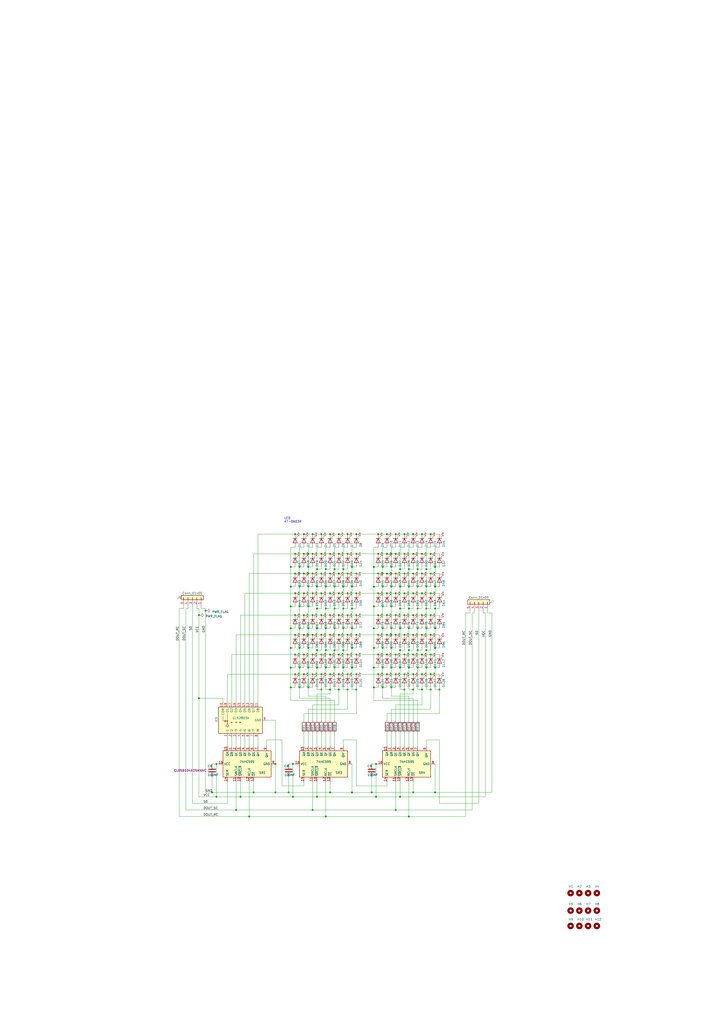
<source format=kicad_sch>
(kicad_sch (version 20230121) (generator eeschema)
  (paper "A2" portrait)
  (junction (at 173.99 340.36))
  (junction (at 201.93 344.17))
  (junction (at 173.99 375.92))
  (junction (at 194.31 330.2))
  (junction (at 219.71 309.88))
  (junction (at 199.39 377.19))
  (junction (at 242.57 364.49))
  (junction (at 191.77 332.74))
  (junction (at 247.65 387.35))
  (junction (at 184.15 364.49))
  (junction (at 240.03 321.31))
  (junction (at 168.91 340.36))
  (junction (at 173.99 398.78))
  (junction (at 229.87 368.3))
  (junction (at 222.25 387.35))
  (junction (at 207.01 332.74))
  (junction (at 240.03 391.16))
  (junction (at 181.61 309.88))
  (junction (at 170.18 462.28))
  (junction (at 194.31 364.49))
  (junction (at 245.11 379.73))
  (junction (at 234.95 332.74))
  (junction (at 250.19 332.74))
  (junction (at 184.15 340.36))
  (junction (at 229.87 469.9))
  (junction (at 218.44 443.23))
  (junction (at 218.44 462.28))
  (junction (at 252.73 375.92))
  (junction (at 245.11 400.05))
  (junction (at 245.11 391.16))
  (junction (at 184.15 377.19))
  (junction (at 237.49 387.35))
  (junction (at 176.53 321.31))
  (junction (at 224.79 332.74))
  (junction (at 240.03 309.88))
  (junction (at 207.01 309.88))
  (junction (at 252.73 353.06))
  (junction (at 247.65 340.36))
  (junction (at 252.73 459.74))
  (junction (at 147.32 459.74))
  (junction (at 229.87 391.16))
  (junction (at 217.17 340.36))
  (junction (at 186.69 332.74))
  (junction (at 181.61 356.87))
  (junction (at 207.01 391.16))
  (junction (at 207.01 400.05))
  (junction (at 184.15 330.2))
  (junction (at 234.95 379.73))
  (junction (at 222.25 375.92))
  (junction (at 179.07 332.74))
  (junction (at 201.93 332.74))
  (junction (at 173.99 387.35))
  (junction (at 201.93 400.05))
  (junction (at 234.95 391.16))
  (junction (at 179.07 368.3))
  (junction (at 184.15 387.35))
  (junction (at 160.02 443.23))
  (junction (at 194.31 340.36))
  (junction (at 181.61 332.74))
  (junction (at 144.78 473.71))
  (junction (at 207.01 321.31))
  (junction (at 186.69 379.73))
  (junction (at 196.85 309.88))
  (junction (at 181.61 379.73))
  (junction (at 199.39 387.35))
  (junction (at 201.93 379.73))
  (junction (at 204.47 387.35))
  (junction (at 186.69 400.05))
  (junction (at 179.07 351.79))
  (junction (at 179.07 375.92))
  (junction (at 189.23 330.2))
  (junction (at 240.03 459.74))
  (junction (at 189.23 473.71))
  (junction (at 196.85 400.05))
  (junction (at 250.19 344.17))
  (junction (at 171.45 391.16))
  (junction (at 250.19 400.05))
  (junction (at 181.61 344.17))
  (junction (at 245.11 321.31))
  (junction (at 176.53 368.3))
  (junction (at 201.93 368.3))
  (junction (at 250.19 368.3))
  (junction (at 194.31 353.06))
  (junction (at 245.11 309.88))
  (junction (at 204.47 364.49))
  (junction (at 181.61 469.9))
  (junction (at 219.71 332.74))
  (junction (at 191.77 309.88))
  (junction (at 171.45 309.88))
  (junction (at 170.18 443.23))
  (junction (at 186.69 321.31))
  (junction (at 240.03 368.3))
  (junction (at 227.33 340.36))
  (junction (at 167.64 459.74))
  (junction (at 222.25 398.78))
  (junction (at 201.93 356.87))
  (junction (at 227.33 387.35))
  (junction (at 247.65 330.2))
  (junction (at 173.99 364.49))
  (junction (at 204.47 328.93))
  (junction (at 186.69 309.88))
  (junction (at 176.53 332.74))
  (junction (at 240.03 332.74))
  (junction (at 234.95 309.88))
  (junction (at 227.33 398.78))
  (junction (at 179.07 340.36))
  (junction (at 237.49 330.2))
  (junction (at 252.73 340.36))
  (junction (at 176.53 344.17))
  (junction (at 168.91 328.93))
  (junction (at 181.61 368.3))
  (junction (at 250.19 309.88))
  (junction (at 217.17 351.79))
  (junction (at 237.49 364.49))
  (junction (at 201.93 391.16))
  (junction (at 242.57 377.19))
  (junction (at 217.17 398.78))
  (junction (at 125.73 443.23))
  (junction (at 199.39 340.36))
  (junction (at 227.33 368.3))
  (junction (at 123.19 459.74))
  (junction (at 232.41 330.2))
  (junction (at 204.47 353.06))
  (junction (at 250.19 379.73))
  (junction (at 232.41 364.49))
  (junction (at 224.79 356.87))
  (junction (at 194.31 377.19))
  (junction (at 201.93 321.31))
  (junction (at 196.85 356.87))
  (junction (at 196.85 332.74))
  (junction (at 186.69 356.87))
  (junction (at 219.71 321.31))
  (junction (at 194.31 387.35))
  (junction (at 217.17 387.35))
  (junction (at 199.39 364.49))
  (junction (at 176.53 309.88))
  (junction (at 237.49 473.71))
  (junction (at 255.27 400.05))
  (junction (at 219.71 356.87))
  (junction (at 196.85 368.3))
  (junction (at 222.25 340.36))
  (junction (at 222.25 328.93))
  (junction (at 189.23 377.19))
  (junction (at 186.69 368.3))
  (junction (at 224.79 344.17))
  (junction (at 171.45 332.74))
  (junction (at 191.77 321.31))
  (junction (at 191.77 379.73))
  (junction (at 176.53 379.73))
  (junction (at 199.39 353.06))
  (junction (at 234.95 400.05))
  (junction (at 171.45 321.31))
  (junction (at 234.95 321.31))
  (junction (at 189.23 340.36))
  (junction (at 196.85 344.17))
  (junction (at 139.7 462.28))
  (junction (at 215.9 459.74))
  (junction (at 179.07 321.31))
  (junction (at 232.41 387.35))
  (junction (at 204.47 340.36))
  (junction (at 227.33 351.79))
  (junction (at 176.53 391.16))
  (junction (at 196.85 321.31))
  (junction (at 229.87 344.17))
  (junction (at 189.23 364.49))
  (junction (at 219.71 379.73))
  (junction (at 247.65 364.49))
  (junction (at 232.41 340.36))
  (junction (at 245.11 332.74))
  (junction (at 171.45 368.3))
  (junction (at 250.19 391.16))
  (junction (at 168.91 375.92))
  (junction (at 168.91 364.49))
  (junction (at 252.73 387.35))
  (junction (at 173.99 332.74))
  (junction (at 171.45 344.17))
  (junction (at 201.93 309.88))
  (junction (at 229.87 356.87))
  (junction (at 191.77 459.74))
  (junction (at 224.79 391.16))
  (junction (at 115.57 356.87))
  (junction (at 245.11 368.3))
  (junction (at 245.11 344.17))
  (junction (at 227.33 321.31))
  (junction (at 171.45 379.73))
  (junction (at 234.95 368.3))
  (junction (at 171.45 356.87))
  (junction (at 137.16 469.9))
  (junction (at 237.49 353.06))
  (junction (at 186.69 391.16))
  (junction (at 240.03 400.05))
  (junction (at 247.65 377.19))
  (junction (at 232.41 462.28))
  (junction (at 234.95 356.87))
  (junction (at 217.17 375.92))
  (junction (at 191.77 368.3))
  (junction (at 222.25 351.79))
  (junction (at 224.79 321.31))
  (junction (at 242.57 387.35))
  (junction (at 181.61 391.16))
  (junction (at 168.91 351.79))
  (junction (at 196.85 391.16))
  (junction (at 168.91 387.35))
  (junction (at 222.25 364.49))
  (junction (at 240.03 379.73))
  (junction (at 125.73 462.28))
  (junction (at 115.57 405.13))
  (junction (at 252.73 364.49))
  (junction (at 189.23 387.35))
  (junction (at 179.07 387.35))
  (junction (at 247.65 353.06))
  (junction (at 179.07 328.93))
  (junction (at 219.71 344.17))
  (junction (at 229.87 332.74))
  (junction (at 234.95 344.17))
  (junction (at 242.57 353.06))
  (junction (at 181.61 321.31))
  (junction (at 224.79 379.73))
  (junction (at 119.38 354.33))
  (junction (at 224.79 368.3))
  (junction (at 229.87 321.31))
  (junction (at 227.33 332.74))
  (junction (at 250.19 321.31))
  (junction (at 240.03 356.87))
  (junction (at 160.02 459.74))
  (junction (at 173.99 328.93))
  (junction (at 217.17 364.49))
  (junction (at 173.99 351.79))
  (junction (at 168.91 398.78))
  (junction (at 227.33 375.92))
  (junction (at 242.57 330.2))
  (junction (at 240.03 344.17))
  (junction (at 245.11 356.87))
  (junction (at 229.87 309.88))
  (junction (at 191.77 356.87))
  (junction (at 232.41 377.19))
  (junction (at 207.01 344.17))
  (junction (at 242.57 340.36))
  (junction (at 252.73 328.93))
  (junction (at 227.33 364.49))
  (junction (at 204.47 459.74))
  (junction (at 207.01 379.73))
  (junction (at 191.77 391.16))
  (junction (at 191.77 344.17))
  (junction (at 207.01 356.87))
  (junction (at 207.01 368.3))
  (junction (at 191.77 400.05))
  (junction (at 229.87 379.73))
  (junction (at 179.07 398.78))
  (junction (at 196.85 379.73))
  (junction (at 219.71 391.16))
  (junction (at 186.69 344.17))
  (junction (at 176.53 356.87))
  (junction (at 189.23 353.06))
  (junction (at 184.15 462.28))
  (junction (at 222.25 332.74))
  (junction (at 217.17 328.93))
  (junction (at 204.47 375.92))
  (junction (at 224.79 309.88))
  (junction (at 227.33 328.93))
  (junction (at 232.41 353.06))
  (junction (at 237.49 377.19))
  (junction (at 184.15 353.06))
  (junction (at 237.49 340.36))
  (junction (at 179.07 364.49))
  (junction (at 250.19 356.87))
  (junction (at 199.39 330.2))
  (junction (at 219.71 368.3))
  (wire (pts (xy 173.99 364.49) (xy 176.53 364.49)))
  (wire (pts (xy 181.61 408.94) (xy 196.85 408.94)))
  (wire (pts (xy 144.78 453.39) (xy 144.78 473.71)))
  (wire (pts (xy 234.95 391.16) (xy 240.03 391.16)))
  (wire (pts (xy 179.07 364.49) (xy 179.07 368.3)))
  (wire (pts (xy 234.95 330.2) (xy 232.41 330.2)))
  (wire (pts (xy 154.94 429.26) (xy 163.83 429.26)))
  (wire (pts (xy 186.69 344.17) (xy 191.77 344.17)))
  (wire (pts (xy 204.47 353.06) (xy 204.47 364.49)))
  (wire (pts (xy 227.33 317.5) (xy 227.33 321.31)))
  (wire (pts (xy 191.77 330.2) (xy 189.23 330.2)))
  (wire (pts (xy 184.15 387.35) (xy 184.15 400.05)))
  (wire (pts (xy 222.25 351.79) (xy 224.79 351.79)))
  (wire (pts (xy 204.47 328.93) (xy 204.47 340.36)))
  (wire (pts (xy 245.11 330.2) (xy 245.11 328.93)))
  (wire (pts (xy 250.19 321.31) (xy 255.27 321.31)))
  (wire (pts (xy 137.16 453.39) (xy 137.16 469.9)))
  (wire (pts (xy 217.17 340.36) (xy 219.71 340.36)))
  (wire (pts (xy 201.93 400.05) (xy 201.93 398.78)))
  (wire (pts (xy 255.27 466.09) (xy 278.13 466.09)))
  (wire (pts (xy 218.44 443.23) (xy 218.44 462.28)))
  (wire (pts (xy 250.19 344.17) (xy 255.27 344.17)))
  (wire (pts (xy 252.73 459.74) (xy 285.75 459.74)))
  (wire (pts (xy 201.93 353.06) (xy 201.93 351.79)))
  (wire (pts (xy 147.32 407.67) (xy 147.32 321.31)))
  (wire (pts (xy 240.03 330.2) (xy 240.03 328.93)))
  (wire (pts (xy 222.25 328.93) (xy 224.79 328.93)))
  (wire (pts (xy 240.03 353.06) (xy 240.03 351.79)))
  (wire (pts (xy 222.25 328.93) (xy 222.25 332.74)))
  (wire (pts (xy 149.86 427.99) (xy 149.86 433.07)))
  (wire (pts (xy 227.33 328.93) (xy 227.33 332.74)))
  (wire (pts (xy 252.73 353.06) (xy 252.73 364.49)))
  (wire (pts (xy 173.99 328.93) (xy 173.99 332.74)))
  (wire (pts (xy 242.57 353.06) (xy 242.57 364.49)))
  (wire (pts (xy 189.23 330.2) (xy 189.23 340.36)))
  (wire (pts (xy 107.95 469.9) (xy 137.16 469.9)))
  (wire (pts (xy 224.79 321.31) (xy 227.33 321.31)))
  (wire (pts (xy 237.49 403.86) (xy 227.33 403.86)))
  (wire (pts (xy 116.84 351.79) (xy 116.84 353.06)))
  (wire (pts (xy 167.64 443.23) (xy 170.18 443.23)))
  (wire (pts (xy 199.39 377.19) (xy 199.39 387.35)))
  (wire (pts (xy 234.95 398.78) (xy 234.95 400.05)))
  (wire (pts (xy 201.93 353.06) (xy 199.39 353.06)))
  (wire (pts (xy 199.39 317.5) (xy 199.39 330.2)))
  (wire (pts (xy 149.86 309.88) (xy 171.45 309.88)))
  (wire (pts (xy 204.47 340.36) (xy 204.47 353.06)))
  (wire (pts (xy 232.41 317.5) (xy 234.95 317.5)))
  (wire (pts (xy 196.85 317.5) (xy 194.31 317.5)))
  (wire (pts (xy 173.99 375.92) (xy 176.53 375.92)))
  (wire (pts (xy 189.23 377.19) (xy 189.23 387.35)))
  (wire (pts (xy 104.14 353.06) (xy 104.14 473.71)))
  (wire (pts (xy 204.47 375.92) (xy 204.47 387.35)))
  (wire (pts (xy 144.78 332.74) (xy 171.45 332.74)))
  (wire (pts (xy 232.41 364.49) (xy 234.95 364.49)))
  (wire (pts (xy 170.18 443.23) (xy 171.45 443.23)))
  (wire (pts (xy 240.03 377.19) (xy 240.03 375.92)))
  (wire (pts (xy 168.91 387.35) (xy 171.45 387.35)))
  (wire (pts (xy 242.57 317.5) (xy 242.57 330.2)))
  (wire (pts (xy 186.69 332.74) (xy 191.77 332.74)))
  (wire (pts (xy 139.7 462.28) (xy 125.73 462.28)))
  (wire (pts (xy 199.39 330.2) (xy 199.39 340.36)))
  (wire (pts (xy 245.11 391.16) (xy 250.19 391.16)))
  (wire (pts (xy 196.85 364.49) (xy 194.31 364.49)))
  (wire (pts (xy 137.16 407.67) (xy 137.16 368.3)))
  (wire (pts (xy 104.14 473.71) (xy 144.78 473.71)))
  (wire (pts (xy 217.17 364.49) (xy 219.71 364.49)))
  (wire (pts (xy 173.99 340.36) (xy 176.53 340.36)))
  (wire (pts (xy 217.17 328.93) (xy 217.17 340.36)))
  (wire (pts (xy 217.17 317.5) (xy 217.17 328.93)))
  (wire (pts (xy 224.79 425.45) (xy 224.79 433.07)))
  (wire (pts (xy 219.71 332.74) (xy 222.25 332.74)))
  (wire (pts (xy 240.03 309.88) (xy 245.11 309.88)))
  (wire (pts (xy 176.53 368.3) (xy 179.07 368.3)))
  (wire (pts (xy 149.86 407.67) (xy 149.86 309.88)))
  (wire (pts (xy 119.38 353.06) (xy 119.38 354.33)))
  (wire (pts (xy 252.73 443.23) (xy 252.73 459.74)))
  (wire (pts (xy 106.68 353.06) (xy 104.14 353.06)))
  (wire (pts (xy 242.57 400.05) (xy 245.11 400.05)))
  (wire (pts (xy 237.49 317.5) (xy 240.03 317.5)))
  (wire (pts (xy 240.03 400.05) (xy 237.49 400.05)))
  (wire (pts (xy 222.25 317.5) (xy 224.79 317.5)))
  (wire (pts (xy 219.71 391.16) (xy 224.79 391.16)))
  (wire (pts (xy 252.73 328.93) (xy 252.73 340.36)))
  (wire (pts (xy 247.65 340.36) (xy 250.19 340.36)))
  (wire (pts (xy 252.73 340.36) (xy 255.27 340.36)))
  (wire (pts (xy 227.33 332.74) (xy 229.87 332.74)))
  (wire (pts (xy 186.69 400.05) (xy 184.15 400.05)))
  (wire (pts (xy 217.17 387.35) (xy 217.17 398.78)))
  (wire (pts (xy 280.67 355.6) (xy 281.94 355.6)))
  (wire (pts (xy 247.65 387.35) (xy 250.19 387.35)))
  (wire (pts (xy 242.57 330.2) (xy 245.11 330.2)))
  (wire (pts (xy 219.71 356.87) (xy 224.79 356.87)))
  (wire (pts (xy 218.44 443.23) (xy 219.71 443.23)))
  (wire (pts (xy 250.19 332.74) (xy 255.27 332.74)))
  (wire (pts (xy 106.68 351.79) (xy 106.68 353.06)))
  (wire (pts (xy 227.33 328.93) (xy 229.87 328.93)))
  (wire (pts (xy 176.53 344.17) (xy 181.61 344.17)))
  (wire (pts (xy 207.01 332.74) (xy 219.71 332.74)))
  (wire (pts (xy 186.69 379.73) (xy 191.77 379.73)))
  (wire (pts (xy 270.51 473.71) (xy 270.51 355.6)))
  (wire (pts (xy 196.85 377.19) (xy 196.85 375.92)))
  (wire (pts (xy 132.08 391.16) (xy 171.45 391.16)))
  (wire (pts (xy 250.19 391.16) (xy 255.27 391.16)))
  (wire (pts (xy 181.61 321.31) (xy 186.69 321.31)))
  (wire (pts (xy 186.69 328.93) (xy 186.69 330.2)))
  (wire (pts (xy 245.11 344.17) (xy 250.19 344.17)))
  (wire (pts (xy 250.19 353.06) (xy 250.19 351.79)))
  (wire (pts (xy 184.15 340.36) (xy 186.69 340.36)))
  (wire (pts (xy 196.85 353.06) (xy 196.85 351.79)))
  (wire (pts (xy 201.93 379.73) (xy 207.01 379.73)))
  (wire (pts (xy 204.47 340.36) (xy 207.01 340.36)))
  (wire (pts (xy 232.41 377.19) (xy 232.41 387.35)))
  (wire (pts (xy 219.71 344.17) (xy 224.79 344.17)))
  (wire (pts (xy 194.31 317.5) (xy 194.31 330.2)))
  (wire (pts (xy 176.53 379.73) (xy 181.61 379.73)))
  (wire (pts (xy 184.15 317.5) (xy 184.15 330.2)))
  (wire (pts (xy 147.32 321.31) (xy 171.45 321.31)))
  (wire (pts (xy 199.39 364.49) (xy 199.39 377.19)))
  (wire (pts (xy 189.23 453.39) (xy 189.23 473.71)))
  (wire (pts (xy 252.73 387.35) (xy 252.73 400.05)))
  (wire (pts (xy 123.19 450.85) (xy 123.19 459.74)))
  (wire (pts (xy 245.11 408.94) (xy 245.11 400.05)))
  (wire (pts (xy 181.61 469.9) (xy 229.87 469.9)))
  (wire (pts (xy 283.21 354.33) (xy 283.21 355.6)))
  (wire (pts (xy 227.33 398.78) (xy 229.87 398.78)))
  (wire (pts (xy 171.45 368.3) (xy 176.53 368.3)))
  (wire (pts (xy 207.01 368.3) (xy 219.71 368.3)))
  (wire (pts (xy 179.07 375.92) (xy 181.61 375.92)))
  (wire (pts (xy 204.47 443.23) (xy 204.47 459.74)))
  (wire (pts (xy 227.33 387.35) (xy 229.87 387.35)))
  (wire (pts (xy 227.33 317.5) (xy 229.87 317.5)))
  (wire (pts (xy 237.49 330.2) (xy 237.49 340.36)))
  (wire (pts (xy 132.08 427.99) (xy 132.08 433.07)))
  (wire (pts (xy 184.15 402.59) (xy 184.15 417.83)))
  (wire (pts (xy 139.7 453.39) (xy 139.7 462.28)))
  (wire (pts (xy 194.31 353.06) (xy 194.31 364.49)))
  (wire (pts (xy 240.03 425.45) (xy 240.03 433.07)))
  (wire (pts (xy 171.45 321.31) (xy 176.53 321.31)))
  (wire (pts (xy 227.33 321.31) (xy 227.33 328.93)))
  (wire (pts (xy 224.79 356.87) (xy 229.87 356.87)))
  (wire (pts (xy 191.77 400.05) (xy 189.23 400.05)))
  (wire (pts (xy 171.45 332.74) (xy 173.99 332.74)))
  (wire (pts (xy 219.71 321.31) (xy 224.79 321.31)))
  (wire (pts (xy 242.57 330.2) (xy 242.57 340.36)))
  (wire (pts (xy 232.41 364.49) (xy 232.41 377.19)))
  (wire (pts (xy 234.95 400.05) (xy 232.41 400.05)))
  (wire (pts (xy 217.17 317.5) (xy 219.71 317.5)))
  (wire (pts (xy 191.77 402.59) (xy 191.77 400.05)))
  (wire (pts (xy 119.38 354.33) (xy 119.38 459.74)))
  (wire (pts (xy 168.91 364.49) (xy 168.91 375.92)))
  (wire (pts (xy 204.47 317.5) (xy 204.47 328.93)))
  (wire (pts (xy 191.77 405.13) (xy 191.77 417.83)))
  (wire (pts (xy 179.07 328.93) (xy 181.61 328.93)))
  (wire (pts (xy 179.07 332.74) (xy 179.07 340.36)))
  (wire (pts (xy 224.79 309.88) (xy 229.87 309.88)))
  (wire (pts (xy 229.87 356.87) (xy 234.95 356.87)))
  (wire (pts (xy 134.62 407.67) (xy 134.62 379.73)))
  (wire (pts (xy 186.69 375.92) (xy 186.69 377.19)))
  (wire (pts (xy 179.07 403.86) (xy 179.07 398.78)))
  (wire (pts (xy 207.01 353.06) (xy 204.47 353.06)))
  (wire (pts (xy 179.07 364.49) (xy 181.61 364.49)))
  (wire (pts (xy 179.07 411.48) (xy 201.93 411.48)))
  (wire (pts (xy 234.95 328.93) (xy 234.95 330.2)))
  (wire (pts (xy 255.27 353.06) (xy 255.27 351.79)))
  (wire (pts (xy 234.95 321.31) (xy 240.03 321.31)))
  (wire (pts (xy 222.25 332.74) (xy 224.79 332.74)))
  (wire (pts (xy 168.91 375.92) (xy 171.45 375.92)))
  (wire (pts (xy 250.19 330.2) (xy 250.19 328.93)))
  (wire (pts (xy 142.24 344.17) (xy 171.45 344.17)))
  (wire (pts (xy 245.11 353.06) (xy 245.11 351.79)))
  (wire (pts (xy 173.99 317.5) (xy 173.99 328.93)))
  (wire (pts (xy 207.01 379.73) (xy 219.71 379.73)))
  (wire (pts (xy 194.31 330.2) (xy 196.85 330.2)))
  (wire (pts (xy 224.79 344.17) (xy 229.87 344.17)))
  (wire (pts (xy 134.62 427.99) (xy 134.62 433.07)))
  (wire (pts (xy 114.3 353.06) (xy 115.57 353.06)))
  (wire (pts (xy 234.95 356.87) (xy 240.03 356.87)))
  (wire (pts (xy 196.85 356.87) (xy 201.93 356.87)))
  (wire (pts (xy 207.01 344.17) (xy 219.71 344.17)))
  (wire (pts (xy 142.24 407.67) (xy 142.24 344.17)))
  (wire (pts (xy 179.07 387.35) (xy 181.61 387.35)))
  (wire (pts (xy 252.73 375.92) (xy 255.27 375.92)))
  (wire (pts (xy 217.17 375.92) (xy 217.17 387.35)))
  (wire (pts (xy 222.25 375.92) (xy 222.25 387.35)))
  (wire (pts (xy 160.02 417.83) (xy 160.02 443.23)))
  (wire (pts (xy 137.16 427.99) (xy 137.16 433.07)))
  (wire (pts (xy 189.23 364.49) (xy 189.23 377.19)))
  (wire (pts (xy 229.87 408.94) (xy 245.11 408.94)))
  (wire (pts (xy 163.83 455.93) (xy 176.53 455.93)))
  (wire (pts (xy 232.41 317.5) (xy 232.41 330.2)))
  (wire (pts (xy 184.15 402.59) (xy 191.77 402.59)))
  (wire (pts (xy 280.67 354.33) (xy 280.67 355.6)))
  (wire (pts (xy 168.91 351.79) (xy 171.45 351.79)))
  (wire (pts (xy 234.95 377.19) (xy 232.41 377.19)))
  (wire (pts (xy 250.19 377.19) (xy 250.19 375.92)))
  (wire (pts (xy 194.31 364.49) (xy 194.31 377.19)))
  (wire (pts (xy 184.15 425.45) (xy 184.15 433.07)))
  (wire (pts (xy 173.99 351.79) (xy 176.53 351.79)))
  (wire (pts (xy 247.65 429.26) (xy 255.27 429.26)))
  (wire (pts (xy 154.94 417.83) (xy 160.02 417.83)))
  (wire (pts (xy 227.33 364.49) (xy 227.33 368.3)))
  (wire (pts (xy 168.91 340.36) (xy 171.45 340.36)))
  (wire (pts (xy 227.33 411.48) (xy 227.33 417.83)))
  (wire (pts (xy 227.33 375.92) (xy 229.87 375.92)))
  (wire (pts (xy 139.7 407.67) (xy 139.7 356.87)))
  (wire (pts (xy 132.08 453.39) (xy 132.08 466.09)))
  (wire (pts (xy 229.87 368.3) (xy 234.95 368.3)))
  (wire (pts (xy 250.19 368.3) (xy 255.27 368.3)))
  (wire (pts (xy 240.03 402.59) (xy 240.03 400.05)))
  (wire (pts (xy 186.69 425.45) (xy 186.69 433.07)))
  (wire (pts (xy 171.45 344.17) (xy 176.53 344.17)))
  (wire (pts (xy 224.79 455.93) (xy 224.79 453.39)))
  (wire (pts (xy 191.77 321.31) (xy 196.85 321.31)))
  (wire (pts (xy 179.07 332.74) (xy 181.61 332.74)))
  (wire (pts (xy 196.85 330.2) (xy 196.85 328.93)))
  (wire (pts (xy 171.45 391.16) (xy 176.53 391.16)))
  (wire (pts (xy 204.47 364.49) (xy 204.47 375.92)))
  (wire (pts (xy 184.15 317.5) (xy 186.69 317.5)))
  (wire (pts (xy 232.41 402.59) (xy 240.03 402.59)))
  (wire (pts (xy 179.07 351.79) (xy 181.61 351.79)))
  (wire (pts (xy 184.15 330.2) (xy 184.15 340.36)))
  (wire (pts (xy 173.99 387.35) (xy 176.53 387.35)))
  (wire (pts (xy 179.07 317.5) (xy 179.07 321.31)))
  (wire (pts (xy 123.19 459.74) (xy 147.32 459.74)))
  (wire (pts (xy 184.15 377.19) (xy 184.15 387.35)))
  (wire (pts (xy 232.41 453.39) (xy 232.41 462.28)))
  (wire (pts (xy 181.61 344.17) (xy 186.69 344.17)))
  (wire (pts (xy 194.31 406.4) (xy 194.31 417.83)))
  (wire (pts (xy 222.25 340.36) (xy 224.79 340.36)))
  (wire (pts (xy 179.07 425.45) (xy 179.07 433.07)))
  (wire (pts (xy 245.11 309.88) (xy 250.19 309.88)))
  (wire (pts (xy 250.19 309.88) (xy 255.27 309.88)))
  (wire (pts (xy 275.59 355.6) (xy 274.32 355.6)))
  (wire (pts (xy 125.73 462.28) (xy 115.57 462.28)))
  (wire (pts (xy 204.47 387.35) (xy 207.01 387.35)))
  (wire (pts (xy 189.23 340.36) (xy 191.77 340.36)))
  (wire (pts (xy 179.07 340.36) (xy 179.07 351.79)))
  (wire (pts (xy 139.7 356.87) (xy 171.45 356.87)))
  (wire (pts (xy 184.15 462.28) (xy 218.44 462.28)))
  (wire (pts (xy 167.64 450.85) (xy 167.64 459.74)))
  (wire (pts (xy 227.33 375.92) (xy 227.33 387.35)))
  (wire (pts (xy 201.93 309.88) (xy 207.01 309.88)))
  (wire (pts (xy 201.93 344.17) (xy 207.01 344.17)))
  (wire (pts (xy 232.41 425.45) (xy 232.41 433.07)))
  (wire (pts (xy 227.33 351.79) (xy 229.87 351.79)))
  (wire (pts (xy 179.07 411.48) (xy 179.07 417.83)))
  (wire (pts (xy 227.33 403.86) (xy 227.33 398.78)))
  (wire (pts (xy 217.17 375.92) (xy 219.71 375.92)))
  (wire (pts (xy 240.03 459.74) (xy 252.73 459.74)))
  (wire (pts (xy 255.27 353.06) (xy 252.73 353.06)))
  (wire (pts (xy 222.25 387.35) (xy 222.25 398.78)))
  (wire (pts (xy 242.57 364.49) (xy 242.57 377.19)))
  (wire (pts (xy 194.31 425.45) (xy 194.31 433.07)))
  (wire (pts (xy 173.99 387.35) (xy 173.99 398.78)))
  (wire (pts (xy 245.11 377.19) (xy 245.11 375.92)))
  (wire (pts (xy 232.41 340.36) (xy 234.95 340.36)))
  (wire (pts (xy 281.94 355.6) (xy 281.94 462.28)))
  (wire (pts (xy 252.73 328.93) (xy 255.27 328.93)))
  (wire (pts (xy 232.41 340.36) (xy 232.41 353.06)))
  (wire (pts (xy 167.64 459.74) (xy 191.77 459.74)))
  (wire (pts (xy 207.01 356.87) (xy 219.71 356.87)))
  (wire (pts (xy 229.87 321.31) (xy 234.95 321.31)))
  (wire (pts (xy 245.11 321.31) (xy 250.19 321.31)))
  (wire (pts (xy 242.57 340.36) (xy 242.57 353.06)))
  (wire (pts (xy 207.01 400.05) (xy 204.47 400.05)))
  (wire (pts (xy 181.61 379.73) (xy 186.69 379.73)))
  (wire (pts (xy 232.41 402.59) (xy 232.41 417.83)))
  (wire (pts (xy 196.85 408.94) (xy 196.85 400.05)))
  (wire (pts (xy 250.19 353.06) (xy 247.65 353.06)))
  (wire (pts (xy 215.9 459.74) (xy 240.03 459.74)))
  (wire (pts (xy 181.61 309.88) (xy 186.69 309.88)))
  (wire (pts (xy 227.33 321.31) (xy 229.87 321.31)))
  (wire (pts (xy 176.53 356.87) (xy 181.61 356.87)))
  (wire (pts (xy 229.87 344.17) (xy 234.95 344.17)))
  (wire (pts (xy 201.93 377.19) (xy 199.39 377.19)))
  (wire (pts (xy 247.65 433.07) (xy 247.65 429.26)))
  (wire (pts (xy 234.95 344.17) (xy 240.03 344.17)))
  (wire (pts (xy 201.93 330.2) (xy 199.39 330.2)))
  (wire (pts (xy 191.77 330.2) (xy 191.77 328.93)))
  (wire (pts (xy 196.85 400.05) (xy 196.85 398.78)))
  (wire (pts (xy 204.47 459.74) (xy 215.9 459.74)))
  (wire (pts (xy 245.11 356.87) (xy 250.19 356.87)))
  (wire (pts (xy 222.25 387.35) (xy 224.79 387.35)))
  (wire (pts (xy 229.87 408.94) (xy 229.87 417.83)))
  (wire (pts (xy 222.25 332.74) (xy 222.25 340.36)))
  (wire (pts (xy 173.99 317.5) (xy 176.53 317.5)))
  (wire (pts (xy 168.91 351.79) (xy 168.91 364.49)))
  (wire (pts (xy 184.15 453.39) (xy 184.15 462.28)))
  (wire (pts (xy 219.71 368.3) (xy 224.79 368.3)))
  (wire (pts (xy 168.91 340.36) (xy 168.91 351.79)))
  (wire (pts (xy 199.39 364.49) (xy 201.93 364.49)))
  (wire (pts (xy 191.77 400.05) (xy 191.77 398.78)))
  (wire (pts (xy 207.01 353.06) (xy 207.01 351.79)))
  (wire (pts (xy 189.23 340.36) (xy 189.23 353.06)))
  (wire (pts (xy 137.16 469.9) (xy 181.61 469.9)))
  (wire (pts (xy 285.75 355.6) (xy 285.75 459.74)))
  (wire (pts (xy 191.77 332.74) (xy 196.85 332.74)))
  (wire (pts (xy 173.99 398.78) (xy 176.53 398.78)))
  (wire (pts (xy 227.33 411.48) (xy 250.19 411.48)))
  (wire (pts (xy 237.49 453.39) (xy 237.49 473.71)))
  (wire (pts (xy 186.69 309.88) (xy 191.77 309.88)))
  (wire (pts (xy 181.61 356.87) (xy 186.69 356.87)))
  (wire (pts (xy 237.49 364.49) (xy 237.49 377.19)))
  (wire (pts (xy 250.19 356.87) (xy 255.27 356.87)))
  (wire (pts (xy 240.03 356.87) (xy 245.11 356.87)))
  (wire (pts (xy 134.62 379.73) (xy 171.45 379.73)))
  (wire (pts (xy 196.85 368.3) (xy 201.93 368.3)))
  (wire (pts (xy 215.9 450.85) (xy 215.9 459.74)))
  (wire (pts (xy 196.85 379.73) (xy 201.93 379.73)))
  (wire (pts (xy 186.69 353.06) (xy 184.15 353.06)))
  (wire (pts (xy 168.91 375.92) (xy 168.91 387.35)))
  (wire (pts (xy 240.03 344.17) (xy 245.11 344.17)))
  (wire (pts (xy 218.44 462.28) (xy 232.41 462.28)))
  (wire (pts (xy 255.27 414.02) (xy 255.27 400.05)))
  (wire (pts (xy 222.25 317.5) (xy 222.25 328.93)))
  (wire (pts (xy 181.61 391.16) (xy 186.69 391.16)))
  (wire (pts (xy 250.19 411.48) (xy 250.19 400.05)))
  (wire (pts (xy 240.03 353.06) (xy 237.49 353.06)))
  (wire (pts (xy 196.85 321.31) (xy 201.93 321.31)))
  (wire (pts (xy 234.95 379.73) (xy 240.03 379.73)))
  (wire (pts (xy 245.11 332.74) (xy 250.19 332.74)))
  (wire (pts (xy 168.91 398.78) (xy 171.45 398.78)))
  (wire (pts (xy 196.85 391.16) (xy 201.93 391.16)))
  (wire (pts (xy 245.11 379.73) (xy 250.19 379.73)))
  (wire (pts (xy 191.77 368.3) (xy 196.85 368.3)))
  (wire (pts (xy 179.07 351.79) (xy 179.07 364.49)))
  (wire (pts (xy 252.73 387.35) (xy 255.27 387.35)))
  (wire (pts (xy 186.69 391.16) (xy 191.77 391.16)))
  (wire (pts (xy 201.93 330.2) (xy 201.93 328.93)))
  (wire (pts (xy 229.87 425.45) (xy 229.87 433.07)))
  (wire (pts (xy 234.95 375.92) (xy 234.95 377.19)))
  (wire (pts (xy 217.17 351.79) (xy 217.17 364.49)))
  (wire (pts (xy 186.69 377.19) (xy 184.15 377.19)))
  (wire (pts (xy 227.33 364.49) (xy 229.87 364.49)))
  (wire (pts (xy 273.05 354.33) (xy 273.05 355.6)))
  (wire (pts (xy 229.87 332.74) (xy 234.95 332.74)))
  (wire (pts (xy 240.03 332.74) (xy 245.11 332.74)))
  (wire (pts (xy 252.73 364.49) (xy 252.73 375.92)))
  (wire (pts (xy 250.19 330.2) (xy 247.65 330.2)))
  (wire (pts (xy 222.25 364.49) (xy 224.79 364.49)))
  (wire (pts (xy 247.65 364.49) (xy 247.65 377.19)))
  (wire (pts (xy 189.23 317.5) (xy 191.77 317.5)))
  (wire (pts (xy 116.84 353.06) (xy 119.38 353.06)))
  (wire (pts (xy 181.61 408.94) (xy 181.61 417.83)))
  (wire (pts (xy 242.57 340.36) (xy 245.11 340.36)))
  (wire (pts (xy 242.57 387.35) (xy 242.57 400.05)))
  (wire (pts (xy 201.93 332.74) (xy 207.01 332.74)))
  (wire (pts (xy 234.95 425.45) (xy 234.95 433.07)))
  (wire (pts (xy 232.41 330.2) (xy 232.41 340.36)))
  (wire (pts (xy 237.49 340.36) (xy 237.49 353.06)))
  (wire (pts (xy 252.73 340.36) (xy 252.73 353.06)))
  (wire (pts (xy 240.03 330.2) (xy 237.49 330.2)))
  (wire (pts (xy 171.45 379.73) (xy 176.53 379.73)))
  (wire (pts (xy 252.73 317.5) (xy 255.27 317.5)))
  (wire (pts (xy 168.91 406.4) (xy 168.91 398.78)))
  (wire (pts (xy 191.77 344.17) (xy 196.85 344.17)))
  (wire (pts (xy 217.17 351.79) (xy 219.71 351.79)))
  (wire (pts (xy 234.95 368.3) (xy 240.03 368.3)))
  (wire (pts (xy 207.01 309.88) (xy 219.71 309.88)))
  (wire (pts (xy 184.15 364.49) (xy 186.69 364.49)))
  (wire (pts (xy 227.33 351.79) (xy 227.33 364.49)))
  (wire (pts (xy 237.49 364.49) (xy 240.03 364.49)))
  (wire (pts (xy 204.47 364.49) (xy 207.01 364.49)))
  (wire (pts (xy 232.41 387.35) (xy 234.95 387.35)))
  (wire (pts (xy 179.07 368.3) (xy 181.61 368.3)))
  (wire (pts (xy 168.91 317.5) (xy 168.91 328.93)))
  (wire (pts (xy 163.83 429.26) (xy 163.83 455.93)))
  (wire (pts (xy 194.31 387.35) (xy 194.31 400.05)))
  (wire (pts (xy 189.23 403.86) (xy 179.07 403.86)))
  (wire (pts (xy 215.9 443.23) (xy 218.44 443.23)))
  (wire (pts (xy 191.77 459.74) (xy 204.47 459.74)))
  (wire (pts (xy 247.65 364.49) (xy 250.19 364.49)))
  (wire (pts (xy 237.49 473.71) (xy 270.51 473.71)))
  (wire (pts (xy 217.17 398.78) (xy 219.71 398.78)))
  (wire (pts (xy 194.31 406.4) (xy 168.91 406.4)))
  (wire (pts (xy 224.79 391.16) (xy 229.87 391.16)))
  (wire (pts (xy 196.85 332.74) (xy 201.93 332.74)))
  (wire (pts (xy 191.77 356.87) (xy 196.85 356.87)))
  (wire (pts (xy 201.93 391.16) (xy 207.01 391.16)))
  (wire (pts (xy 179.07 368.3) (xy 179.07 375.92)))
  (wire (pts (xy 132.08 407.67) (xy 132.08 391.16)))
  (wire (pts (xy 189.23 473.71) (xy 237.49 473.71)))
  (wire (pts (xy 242.57 377.19) (xy 245.11 377.19)))
  (wire (pts (xy 247.65 330.2) (xy 247.65 340.36)))
  (wire (pts (xy 207.01 455.93) (xy 224.79 455.93)))
  (wire (pts (xy 179.07 387.35) (xy 179.07 398.78)))
  (wire (pts (xy 191.77 405.13) (xy 173.99 405.13)))
  (wire (pts (xy 179.07 398.78) (xy 181.61 398.78)))
  (wire (pts (xy 227.33 332.74) (xy 227.33 340.36)))
  (wire (pts (xy 278.13 354.33) (xy 278.13 466.09)))
  (wire (pts (xy 207.01 391.16) (xy 219.71 391.16)))
  (wire (pts (xy 176.53 455.93) (xy 176.53 453.39)))
  (wire (pts (xy 242.57 406.4) (xy 217.17 406.4)))
  (wire (pts (xy 173.99 405.13) (xy 173.99 398.78)))
  (wire (pts (xy 232.41 462.28) (xy 281.94 462.28)))
  (wire (pts (xy 207.01 429.26) (xy 207.01 455.93)))
  (wire (pts (xy 245.11 317.5) (xy 242.57 317.5)))
  (wire (pts (xy 222.25 375.92) (xy 224.79 375.92)))
  (wire (pts (xy 255.27 400.05) (xy 255.27 398.78)))
  (wire (pts (xy 181.61 332.74) (xy 186.69 332.74)))
  (wire (pts (xy 242.57 377.19) (xy 242.57 387.35)))
  (wire (pts (xy 237.49 377.19) (xy 237.49 387.35)))
  (wire (pts (xy 179.07 321.31) (xy 181.61 321.31)))
  (wire (pts (xy 194.31 387.35) (xy 196.85 387.35)))
  (wire (pts (xy 247.65 353.06) (xy 247.65 364.49)))
  (wire (pts (xy 194.31 377.19) (xy 194.31 387.35)))
  (wire (pts (xy 170.18 462.28) (xy 184.15 462.28)))
  (wire (pts (xy 217.17 406.4) (xy 217.17 398.78)))
  (wire (pts (xy 109.22 353.06) (xy 107.95 353.06)))
  (wire (pts (xy 275.59 354.33) (xy 275.59 355.6)))
  (wire (pts (xy 237.49 340.36) (xy 240.03 340.36)))
  (wire (pts (xy 222.25 351.79) (xy 222.25 364.49)))
  (wire (pts (xy 168.91 387.35) (xy 168.91 398.78)))
  (wire (pts (xy 115.57 353.06) (xy 115.57 356.87)))
  (wire (pts (xy 204.47 317.5) (xy 207.01 317.5)))
  (wire (pts (xy 242.57 425.45) (xy 242.57 433.07)))
  (wire (pts (xy 111.76 351.79) (xy 111.76 466.09)))
  (wire (pts (xy 201.93 411.48) (xy 201.93 400.05)))
  (wire (pts (xy 119.38 459.74) (xy 123.19 459.74)))
  (wire (pts (xy 245.11 400.05) (xy 245.11 398.78)))
  (wire (pts (xy 189.23 387.35) (xy 191.77 387.35)))
  (wire (pts (xy 201.93 356.87) (xy 207.01 356.87)))
  (wire (pts (xy 242.57 353.06) (xy 245.11 353.06)))
  (wire (pts (xy 194.31 330.2) (xy 194.31 340.36)))
  (wire (pts (xy 173.99 328.93) (xy 176.53 328.93)))
  (wire (pts (xy 247.65 377.19) (xy 247.65 387.35)))
  (wire (pts (xy 173.99 340.36) (xy 173.99 351.79)))
  (wire (pts (xy 186.69 330.2) (xy 184.15 330.2)))
  (wire (pts (xy 204.47 387.35) (xy 204.47 400.05)))
  (wire (pts (xy 199.39 433.07) (xy 199.39 429.26)))
  (wire (pts (xy 247.65 340.36) (xy 247.65 353.06)))
  (wire (pts (xy 189.23 317.5) (xy 189.23 330.2)))
  (wire (pts (xy 199.39 317.5) (xy 201.93 317.5)))
  (wire (pts (xy 240.03 453.39) (xy 240.03 459.74)))
  (wire (pts (xy 237.49 425.45) (xy 237.49 433.07)))
  (wire (pts (xy 222.25 398.78) (xy 224.79 398.78)))
  (wire (pts (xy 115.57 356.87) (xy 115.57 405.13)))
  (wire (pts (xy 111.76 466.09) (xy 132.08 466.09)))
  (wire (pts (xy 142.24 427.99) (xy 142.24 433.07)))
  (wire (pts (xy 125.73 443.23) (xy 127 443.23)))
  (wire (pts (xy 240.03 321.31) (xy 245.11 321.31)))
  (wire (pts (xy 240.03 391.16) (xy 245.11 391.16)))
  (wire (pts (xy 147.32 427.99) (xy 147.32 433.07)))
  (wire (pts (xy 125.73 443.23) (xy 125.73 462.28)))
  (wire (pts (xy 186.69 356.87) (xy 191.77 356.87)))
  (wire (pts (xy 283.21 355.6) (xy 285.75 355.6)))
  (wire (pts (xy 199.39 340.36) (xy 199.39 353.06)))
  (wire (pts (xy 222.25 405.13) (xy 222.25 398.78)))
  (wire (pts (xy 274.32 469.9) (xy 274.32 355.6)))
  (wire (pts (xy 179.07 317.5) (xy 181.61 317.5)))
  (wire (pts (xy 115.57 405.13) (xy 115.57 462.28)))
  (wire (pts (xy 184.15 353.06) (xy 184.15 364.49)))
  (wire (pts (xy 144.78 427.99) (xy 144.78 433.07)))
  (wire (pts (xy 222.25 340.36) (xy 222.25 351.79)))
  (wire (pts (xy 224.79 332.74) (xy 227.33 332.74)))
  (wire (pts (xy 234.95 332.74) (xy 240.03 332.74)))
  (wire (pts (xy 207.01 400.05) (xy 207.01 398.78)))
  (wire (pts (xy 207.01 321.31) (xy 219.71 321.31)))
  (wire (pts (xy 144.78 473.71) (xy 189.23 473.71)))
  (wire (pts (xy 168.91 317.5) (xy 171.45 317.5)))
  (wire (pts (xy 227.33 340.36) (xy 227.33 351.79)))
  (wire (pts (xy 224.79 379.73) (xy 229.87 379.73)))
  (wire (pts (xy 191.77 309.88) (xy 196.85 309.88)))
  (wire (pts (xy 201.93 377.19) (xy 201.93 375.92)))
  (wire (pts (xy 186.69 400.05) (xy 186.69 417.83)))
  (wire (pts (xy 219.71 309.88) (xy 224.79 309.88)))
  (wire (pts (xy 217.17 387.35) (xy 219.71 387.35)))
  (wire (pts (xy 181.61 368.3) (xy 186.69 368.3)))
  (wire (pts (xy 191.77 377.19) (xy 191.77 375.92)))
  (wire (pts (xy 179.07 321.31) (xy 179.07 328.93)))
  (wire (pts (xy 144.78 407.67) (xy 144.78 332.74)))
  (wire (pts (xy 237.49 353.06) (xy 237.49 364.49)))
  (wire (pts (xy 184.15 364.49) (xy 184.15 377.19)))
  (wire (pts (xy 252.73 317.5) (xy 252.73 328.93)))
  (wire (pts (xy 242.57 406.4) (xy 242.57 417.83)))
  (wire (pts (xy 232.41 353.06) (xy 232.41 364.49)))
  (wire (pts (xy 234.95 351.79) (xy 234.95 353.06)))
  (wire (pts (xy 240.03 400.05) (xy 240.03 398.78)))
  (wire (pts (xy 273.05 355.6) (xy 270.51 355.6)))
  (wire (pts (xy 191.77 353.06) (xy 191.77 351.79)))
  (wire (pts (xy 217.17 364.49) (xy 217.17 375.92)))
  (wire (pts (xy 173.99 332.74) (xy 176.53 332.74)))
  (wire (pts (xy 201.93 321.31) (xy 207.01 321.31)))
  (wire (pts (xy 184.15 387.35) (xy 186.69 387.35)))
  (wire (pts (xy 255.27 400.05) (xy 252.73 400.05)))
  (wire (pts (xy 229.87 379.73) (xy 234.95 379.73)))
  (wire (pts (xy 147.32 453.39) (xy 147.32 459.74)))
  (wire (pts (xy 194.31 340.36) (xy 196.85 340.36)))
  (wire (pts (xy 147.32 459.74) (xy 160.02 459.74)))
  (wire (pts (xy 109.22 351.79) (xy 109.22 353.06)))
  (wire (pts (xy 173.99 351.79) (xy 173.99 364.49)))
  (wire (pts (xy 247.65 387.35) (xy 247.65 400.05)))
  (wire (pts (xy 194.31 353.06) (xy 196.85 353.06)))
  (wire (pts (xy 171.45 356.87) (xy 176.53 356.87)))
  (wire (pts (xy 242.57 387.35) (xy 245.11 387.35)))
  (wire (pts (xy 160.02 459.74) (xy 167.64 459.74)))
  (wire (pts (xy 240.03 405.13) (xy 222.25 405.13)))
  (wire (pts (xy 199.39 387.35) (xy 199.39 400.05)))
  (wire (pts (xy 181.61 453.39) (xy 181.61 469.9)))
  (wire (pts (xy 252.73 364.49) (xy 255.27 364.49)))
  (wire (pts (xy 240.03 379.73) (xy 245.11 379.73)))
  (wire (pts (xy 114.3 351.79) (xy 114.3 353.06)))
  (wire (pts (xy 186.69 321.31) (xy 191.77 321.31)))
  (wire (pts (xy 171.45 309.88) (xy 176.53 309.88)))
  (wire (pts (xy 194.31 340.36) (xy 194.31 353.06)))
  (wire (pts (xy 179.07 328.93) (xy 179.07 332.74)))
  (wire (pts (xy 196.85 309.88) (xy 201.93 309.88)))
  (wire (pts (xy 191.77 453.39) (xy 191.77 459.74)))
  (wire (pts (xy 234.95 400.05) (xy 234.95 417.83)))
  (wire (pts (xy 189.23 403.86) (xy 189.23 417.83)))
  (wire (pts (xy 189.23 364.49) (xy 191.77 364.49)))
  (wire (pts (xy 227.33 368.3) (xy 227.33 375.92)))
  (wire (pts (xy 168.91 328.93) (xy 171.45 328.93)))
  (wire (pts (xy 237.49 317.5) (xy 237.49 330.2)))
  (wire (pts (xy 204.47 375.92) (xy 207.01 375.92)))
  (wire (pts (xy 191.77 391.16) (xy 196.85 391.16)))
  (wire (pts (xy 186.69 368.3) (xy 191.77 368.3)))
  (wire (pts (xy 194.31 377.19) (xy 196.85 377.19)))
  (wire (pts (xy 250.19 379.73) (xy 255.27 379.73)))
  (wire (pts (xy 176.53 321.31) (xy 179.07 321.31)))
  (wire (pts (xy 250.19 400.05) (xy 250.19 398.78)))
  (wire (pts (xy 224.79 368.3) (xy 227.33 368.3)))
  (wire (pts (xy 252.73 375.92) (xy 252.73 387.35)))
  (wire (pts (xy 229.87 391.16) (xy 234.95 391.16)))
  (wire (pts (xy 247.65 317.5) (xy 250.19 317.5)))
  (wire (pts (xy 232.41 387.35) (xy 232.41 400.05)))
  (wire (pts (xy 199.39 387.35) (xy 201.93 387.35)))
  (wire (pts (xy 245.11 364.49) (xy 242.57 364.49)))
  (wire (pts (xy 179.07 340.36) (xy 181.61 340.36)))
  (wire (pts (xy 245.11 368.3) (xy 250.19 368.3)))
  (wire (pts (xy 191.77 377.19) (xy 189.23 377.19)))
  (wire (pts (xy 234.95 353.06) (xy 232.41 353.06)))
  (wire (pts (xy 224.79 414.02) (xy 224.79 417.83)))
  (wire (pts (xy 191.77 379.73) (xy 196.85 379.73)))
  (wire (pts (xy 186.69 351.79) (xy 186.69 353.06)))
  (wire (pts (xy 240.03 377.19) (xy 237.49 377.19)))
  (wire (pts (xy 176.53 309.88) (xy 181.61 309.88)))
  (wire (pts (xy 176.53 414.02) (xy 176.53 417.83)))
  (wire (pts (xy 170.18 443.23) (xy 170.18 462.28)))
  (wire (pts (xy 222.25 364.49) (xy 222.25 375.92)))
  (wire (pts (xy 139.7 427.99) (xy 139.7 433.07)))
  (wire (pts (xy 176.53 332.74) (xy 179.07 332.74)))
  (wire (pts (xy 199.39 353.06) (xy 199.39 364.49)))
  (wire (pts (xy 229.87 469.9) (xy 274.32 469.9)))
  (wire (pts (xy 204.47 328.93) (xy 207.01 328.93)))
  (wire (pts (xy 189.23 387.35) (xy 189.23 400.05)))
  (wire (pts (xy 137.16 368.3) (xy 171.45 368.3)))
  (wire (pts (xy 176.53 425.45) (xy 176.53 433.07)))
  (wire (pts (xy 234.95 309.88) (xy 240.03 309.88)))
  (wire (pts (xy 168.91 328.93) (xy 168.91 340.36)))
  (wire (pts (xy 115.57 405.13) (xy 129.54 405.13)))
  (wire (pts (xy 240.03 405.13) (xy 240.03 417.83)))
  (wire (pts (xy 176.53 391.16) (xy 181.61 391.16)))
  (wire (pts (xy 250.19 377.19) (xy 247.65 377.19)))
  (wire (pts (xy 224.79 414.02) (xy 255.27 414.02)))
  (wire (pts (xy 227.33 387.35) (xy 227.33 398.78)))
  (wire (pts (xy 184.15 340.36) (xy 184.15 353.06)))
  (wire (pts (xy 186.69 398.78) (xy 186.69 400.05)))
  (wire (pts (xy 227.33 368.3) (xy 229.87 368.3)))
  (wire (pts (xy 237.49 387.35) (xy 237.49 400.05)))
  (wire (pts (xy 255.27 429.26) (xy 255.27 466.09)))
  (wire (pts (xy 219.71 379.73) (xy 224.79 379.73)))
  (wire (pts (xy 170.18 462.28) (xy 139.7 462.28)))
  (wire (pts (xy 154.94 433.07) (xy 154.94 429.26)))
  (wire (pts (xy 227.33 340.36) (xy 229.87 340.36)))
  (wire (pts (xy 229.87 309.88) (xy 234.95 309.88)))
  (wire (pts (xy 229.87 453.39) (xy 229.87 469.9)))
  (wire (pts (xy 173.99 364.49) (xy 173.99 375.92)))
  (wire (pts (xy 227.33 425.45) (xy 227.33 433.07)))
  (wire (pts (xy 123.19 443.23) (xy 125.73 443.23)))
  (wire (pts (xy 129.54 407.67) (xy 129.54 405.13)))
  (wire (pts (xy 201.93 400.05) (xy 199.39 400.05)))
  (wire (pts (xy 179.07 375.92) (xy 179.07 387.35)))
  (wire (pts (xy 207.01 414.02) (xy 207.01 400.05)))
  (wire (pts (xy 247.65 317.5) (xy 247.65 330.2)))
  (wire (pts (xy 199.39 429.26) (xy 207.01 429.26)))
  (wire (pts (xy 201.93 368.3) (xy 207.01 368.3)))
  (wire (pts (xy 194.31 400.05) (xy 196.85 400.05)))
  (wire (pts (xy 250.19 400.05) (xy 247.65 400.05)))
  (wire (pts (xy 191.77 353.06) (xy 189.23 353.06)))
  (wire (pts (xy 189.23 353.06) (xy 189.23 364.49)))
  (wire (pts (xy 217.17 340.36) (xy 217.17 351.79)))
  (wire (pts (xy 189.23 425.45) (xy 189.23 433.07)))
  (wire (pts (xy 160.02 459.74) (xy 160.02 443.23)))
  (wire (pts (xy 176.53 414.02) (xy 207.01 414.02)))
  (wire (pts (xy 240.03 368.3) (xy 245.11 368.3)))
  (wire (pts (xy 237.49 403.86) (xy 237.49 417.83)))
  (wire (pts (xy 217.17 328.93) (xy 219.71 328.93)))
  (wire (pts (xy 181.61 425.45) (xy 181.61 433.07)))
  (wire (pts (xy 191.77 425.45) (xy 191.77 433.07)))
  (wire (pts (xy 199.39 340.36) (xy 201.93 340.36)))
  (wire (pts (xy 107.95 353.06) (xy 107.95 469.9)))
  (wire (pts (xy 173.99 375.92) (xy 173.99 387.35)))
  (wire (pts (xy 237.49 387.35) (xy 240.03 387.35)))
  (wire (pts (xy 168.91 364.49) (xy 171.45 364.49)))
  (wire (pts (xy 173.99 332.74) (xy 173.99 340.36)))
  (wire (pts (xy 196.85 344.17) (xy 201.93 344.17)))
  (text "LED\nKT-0603R" (at 165.1 303.53 0) (effects (font (size 1.27 1.27)) (justify left bottom)))
  (label "VCC" (at 115.57 367.03 90))
  (label "DOUT_SC" (at 118.11 469.9 0))
  (label "GND" (at 119.38 367.03 90))
  (label "VCC" (at 281.94 369.57 90))
  (label "S0" (at 118.11 466.09 0))
  (label "VCC" (at 118.11 462.28 0))
  (label "DOUT_RC" (at 104.14 363.22 270))
  (label "DOUT_SC" (at 107.95 363.22 270))
  (label "S0" (at 278.13 365.76 270))
  (label "DOUT_RC" (at 270.51 365.76 270))
  (label "DOUT_RC" (at 118.11 473.71 0))
  (label "GND" (at 119.38 459.74 0))
  (label "GND" (at 285.75 369.57 90))
  (label "S0" (at 111.76 363.22 270))
  (label "DOUT_SC" (at 274.32 365.76 270))
  (symbol (lib_id "Device:LED") (at 255.27 325.12 90) (mirror x) (unit 1)
    (property "Reference" "D32" (at 257.81 328.93 0) (effects (justify right)))
    (property "Value" "LED" (effects hide))
    (property "Footprint" "ksir 2022:LEDC1608X70N" (effects hide))
  )
  (symbol (lib_id "Device:LED") (at 201.93 372.11 90) (mirror x) (unit 1)
    (property "Reference" "D87" (at 204.47 375.92 0) (effects (justify right)))
    (property "Value" "LED" (effects hide))
    (property "Footprint" "ksir 2022:LEDC1608X70N" (effects hide))
  )
  (symbol (lib_id "Device:LED") (at 250.19 372.11 90) (mirror x) (unit 1)
    (property "Reference" "D95" (at 252.73 375.92 0) (effects (justify right)))
    (property "Value" "LED" (effects hide))
    (property "Footprint" "ksir 2022:LEDC1608X70N" (effects hide))
  )
  (symbol (lib_id "74xx:74HC595") (at 186.69 443.23 90) (unit 1)
    (property "Reference" "SR3" (at 196.85 448.31 90))
    (property "Value" "74HC595" (at 187.96 441.96 90))
    (property "Footprint" "ksir 2022:74hc595n_SOIC127P600X175-16N" (effects hide))
    (property "Datasheet" "http://www.ti.com/lit/ds/symlink/sn74hc595.pdf" (effects hide))
  )
  (symbol (lib_id "Device:LED") (at 196.85 325.12 90) (mirror x) (unit 1)
    (property "Reference" "D22" (at 199.39 328.93 0) (effects (justify right)))
    (property "Value" "LED" (effects hide))
    (property "Footprint" "ksir 2022:LEDC1608X70N" (effects hide))
  )
  (symbol (lib_id "Device:LED") (at 224.79 383.54 90) (mirror x) (unit 1)
    (property "Reference" "D106" (at 227.33 387.35 0) (effects (justify right)))
    (property "Value" "LED" (effects hide))
    (property "Footprint" "ksir 2022:LEDC1608X70N" (effects hide))
  )
  (symbol (lib_id "Device:R") (at 224.79 421.64 0) (unit 1)
    (property "Reference" "R9" (at 224.79 422.91 90) (effects (justify left)))
    (property "Value" "R" (at 224.79 424.18 90) (effects (justify left)))
    (property "Footprint" "Resistor_SMD:R_0805_2012Metric" (effects hide))
  )
  (symbol (lib_id "Connector_Generic:Conn_01x05") (at 278.13 349.25 270) (mirror x) (unit 1)
    (property "Reference" "J7" (at 285.75 349.25 90))
    (property "Value" "Conn_01x05" (at 278.13 346.71 90))
    (property "Footprint" "Connector_PinSocket_2.54mm:PinSocket_1x05_P2.54mm_Vertical" (effects hide))
  )
  (symbol (lib_id "Device:LED") (at 245.11 394.97 90) (mirror x) (unit 1)
    (property "Reference" "D126" (at 247.65 398.78 0) (effects (justify right)))
    (property "Value" "LED" (effects hide))
    (property "Footprint" "ksir 2022:LEDC1608X70N" (effects hide))
  )
  (symbol (lib_id "Device:LED") (at 240.03 372.11 90) (mirror x) (unit 1)
    (property "Reference" "D93" (at 242.57 375.92 0) (effects (justify right)))
    (property "Value" "LED" (effects hide))
    (property "Footprint" "ksir 2022:LEDC1608X70N" (effects hide))
  )
  (symbol (lib_id "Device:LED") (at 245.11 313.69 90) (mirror x) (unit 1)
    (property "Reference" "D14" (at 247.65 317.5 0) (effects (justify right)))
    (property "Value" "LED" (effects hide))
    (property "Footprint" "ksir 2022:LEDC1608X70N" (effects hide))
  )
  (symbol (lib_id "Device:LED") (at 255.27 347.98 90) (mirror x) (unit 1)
    (property "Reference" "D64" (at 257.81 351.79 0) (effects (justify right)))
    (property "Value" "LED" (effects hide))
    (property "Footprint" "ksir 2022:LEDC1608X70N" (effects hide))
  )
  (symbol (lib_id "Device:LED") (at 176.53 394.97 90) (mirror x) (unit 1)
    (property "Reference" "D114" (at 179.07 398.78 0) (effects (justify right)))
    (property "Value" "LED" (effects hide))
    (property "Footprint" "ksir 2022:LEDC1608X70N" (effects hide))
  )
  (symbol (lib_id "Device:LED") (at 219.71 325.12 90) (mirror x) (unit 1)
    (property "Reference" "D25" (at 222.25 328.93 0) (effects (justify right)))
    (property "Value" "LED" (effects hide))
    (property "Footprint" "ksir 2022:LEDC1608X70N" (effects hide))
  )
  (symbol (lib_id "Device:LED") (at 186.69 360.68 90) (mirror x) (unit 1)
    (property "Reference" "D68" (at 189.23 364.49 0) (effects (justify right)))
    (property "Value" "LED" (effects hide))
    (property "Footprint" "ksir 2022:LEDC1608X70N" (effects hide))
  )
  (symbol (lib_id "Device:LED") (at 176.53 336.55 90) (mirror x) (unit 1)
    (property "Reference" "D34" (at 179.07 340.36 0) (effects (justify right)))
    (property "Value" "LED" (effects hide))
    (property "Footprint" "ksir 2022:LEDC1608X70N" (effects hide))
  )
  (symbol (lib_id "Transistor_Array:ULN2803A") (at 137.16 417.83 90) (unit 1)
    (property "Reference" "IC5" (at 125.73 419.1 0) (effects (justify left)))
    (property "Value" "ULN2803A" (at 144.78 416.56 90) (effects (justify left)))
    (property "Footprint" "ksir 2022:uln2803SMD_SOIC127P1030X265-18N" (effects hide))
    (property "Datasheet" "http://www.ti.com/lit/ds/symlink/uln2803a.pdf" (effects hide))
  )
  (symbol (lib_id "Device:LED") (at 224.79 325.12 90) (mirror x) (unit 1)
    (property "Reference" "D26" (at 227.33 328.93 0) (effects (justify right)))
    (property "Value" "LED" (effects hide))
    (property "Footprint" "ksir 2022:LEDC1608X70N" (effects hide))
  )
  (symbol (lib_id "Device:LED") (at 207.01 347.98 90) (mirror x) (unit 1)
    (property "Reference" "D56" (at 209.55 351.79 0) (effects (justify right)))
    (property "Value" "LED" (effects hide))
    (property "Footprint" "ksir 2022:LEDC1608X70N" (effects hide))
  )
  (symbol (lib_id "Device:LED") (at 224.79 336.55 90) (mirror x) (unit 1)
    (property "Reference" "D42" (at 227.33 340.36 0) (effects (justify right)))
    (property "Value" "LED" (effects hide))
    (property "Footprint" "ksir 2022:LEDC1608X70N" (effects hide))
  )
  (symbol (lib_id "Device:LED") (at 207.01 383.54 90) (mirror x) (unit 1)
    (property "Reference" "D104" (at 209.55 387.35 0) (effects (justify right)))
    (property "Value" "LED" (effects hide))
    (property "Footprint" "ksir 2022:LEDC1608X70N" (effects hide))
  )
  (symbol (lib_id "Device:LED") (at 171.45 313.69 90) (mirror x) (unit 1)
    (property "Reference" "D1" (at 173.99 317.5 0) (effects (justify right)))
    (property "Value" "LED" (effects hide))
    (property "Footprint" "ksir 2022:LEDC1608X70N" (effects hide))
  )
  (symbol (lib_id "Mechanical:MountingHole") (at 346.71 537.21 0) (unit 1)
    (property "Reference" "H12" (at 345.44 533.4 0) (effects (justify left)))
    (property "Value" "MountingHole" (effects hide))
    (property "Footprint" "MountingHole:MountingHole_6.5mm" (effects hide))
  )
  (symbol (lib_id "Device:LED") (at 207.01 394.97 90) (mirror x) (unit 1)
    (property "Reference" "D120" (at 209.55 398.78 0) (effects (justify right)))
    (property "Value" "LED" (effects hide))
    (property "Footprint" "ksir 2022:LEDC1608X70N" (effects hide))
  )
  (symbol (lib_id "Device:LED") (at 171.45 347.98 90) (mirror x) (unit 1)
    (property "Reference" "D49" (at 173.99 351.79 0) (effects (justify right)))
    (property "Value" "LED" (effects hide))
    (property "Footprint" "ksir 2022:LEDC1608X70N" (effects hide))
  )
  (symbol (lib_id "Device:LED") (at 219.71 383.54 90) (mirror x) (unit 1)
    (property "Reference" "D105" (at 222.25 387.35 0) (effects (justify right)))
    (property "Value" "LED" (effects hide))
    (property "Footprint" "ksir 2022:LEDC1608X70N" (effects hide))
  )
  (symbol (lib_id "Device:LED") (at 234.95 313.69 90) (mirror x) (unit 1)
    (property "Reference" "D12" (at 237.49 317.5 0) (effects (justify right)))
    (property "Value" "LED" (effects hide))
    (property "Footprint" "ksir 2022:LEDC1608X70N" (effects hide))
  )
  (symbol (lib_id "Device:LED") (at 186.69 336.55 90) (mirror x) (unit 1)
    (property "Reference" "D36" (at 189.23 340.36 0) (effects (justify right)))
    (property "Value" "LED" (effects hide))
    (property "Footprint" "ksir 2022:LEDC1608X70N" (effects hide))
  )
  (symbol (lib_id "Device:LED") (at 219.71 394.97 90) (mirror x) (unit 1)
    (property "Reference" "D121" (at 222.25 398.78 0) (effects (justify right)))
    (property "Value" "LED" (effects hide))
    (property "Footprint" "ksir 2022:LEDC1608X70N" (effects hide))
  )
  (symbol (lib_id "Device:LED") (at 255.27 336.55 90) (mirror x) (unit 1)
    (property "Reference" "D48" (at 257.81 340.36 0) (effects (justify right)))
    (property "Value" "LED" (effects hide))
    (property "Footprint" "ksir 2022:LEDC1608X70N" (effects hide))
  )
  (symbol (lib_id "Device:LED") (at 196.85 394.97 90) (mirror x) (unit 1)
    (property "Reference" "D118" (at 199.39 398.78 0) (effects (justify right)))
    (property "Value" "LED" (effects hide))
    (property "Footprint" "ksir 2022:LEDC1608X70N" (effects hide))
  )
  (symbol (lib_id "Device:LED") (at 181.61 325.12 90) (mirror x) (unit 1)
    (property "Reference" "D19" (at 184.15 328.93 0) (effects (justify right)))
    (property "Value" "LED" (effects hide))
    (property "Footprint" "ksir 2022:LEDC1608X70N" (effects hide))
  )
  (symbol (lib_id "Device:LED") (at 255.27 372.11 90) (mirror x) (unit 1)
    (property "Reference" "D96" (at 257.81 375.92 0) (effects (justify right)))
    (property "Value" "LED" (effects hide))
    (property "Footprint" "ksir 2022:LEDC1608X70N" (effects hide))
  )
  (symbol (lib_id "Device:LED") (at 240.03 383.54 90) (mirror x) (unit 1)
    (property "Reference" "D109" (at 242.57 387.35 0) (effects (justify right)))
    (property "Value" "LED" (effects hide))
    (property "Footprint" "ksir 2022:LEDC1608X70N" (effects hide))
  )
  (symbol (lib_id "Device:LED") (at 229.87 336.55 90) (mirror x) (unit 1)
    (property "Reference" "D43" (at 232.41 340.36 0) (effects (justify right)))
    (property "Value" "LED" (effects hide))
    (property "Footprint" "ksir 2022:LEDC1608X70N" (effects hide))
  )
  (symbol (lib_id "Device:LED") (at 207.01 360.68 90) (mirror x) (unit 1)
    (property "Reference" "D72" (at 209.55 364.49 0) (effects (justify right)))
    (property "Value" "LED" (effects hide))
    (property "Footprint" "ksir 2022:LEDC1608X70N" (effects hide))
  )
  (symbol (lib_id "Device:LED") (at 181.61 372.11 90) (mirror x) (unit 1)
    (property "Reference" "D83" (at 184.15 375.92 0) (effects (justify right)))
    (property "Value" "LED" (effects hide))
    (property "Footprint" "ksir 2022:LEDC1608X70N" (effects hide))
  )
  (symbol (lib_id "Device:LED") (at 245.11 325.12 90) (mirror x) (unit 1)
    (property "Reference" "D30" (at 247.65 328.93 0) (effects (justify right)))
    (property "Value" "LED" (effects hide))
    (property "Footprint" "ksir 2022:LEDC1608X70N" (effects hide))
  )
  (symbol (lib_id "Device:R") (at 194.31 421.64 0) (unit 1)
    (property "Reference" "R8" (at 194.31 422.91 90) (effects (justify left)))
    (property "Value" "R" (at 194.31 424.18 90) (effects (justify left)))
    (property "Footprint" "Resistor_SMD:R_0805_2012Metric" (effects hide))
  )
  (symbol (lib_id "Device:LED") (at 201.93 325.12 90) (mirror x) (unit 1)
    (property "Reference" "D23" (at 204.47 328.93 0) (effects (justify right)))
    (property "Value" "LED" (effects hide))
    (property "Footprint" "ksir 2022:LEDC1608X70N" (effects hide))
  )
  (symbol (lib_id "Device:LED") (at 201.93 347.98 90) (mirror x) (unit 1)
    (property "Reference" "D55" (at 204.47 351.79 0) (effects (justify right)))
    (property "Value" "LED" (effects hide))
    (property "Footprint" "ksir 2022:LEDC1608X70N" (effects hide))
  )
  (symbol (lib_id "Device:LED") (at 234.95 325.12 90) (mirror x) (unit 1)
    (property "Reference" "D28" (at 237.49 328.93 0) (effects (justify right)))
    (property "Value" "LED" (effects hide))
    (property "Footprint" "ksir 2022:LEDC1608X70N" (effects hide))
  )
  (symbol (lib_id "Device:LED") (at 176.53 360.68 90) (mirror x) (unit 1)
    (property "Reference" "D66" (at 179.07 364.49 0) (effects (justify right)))
    (property "Value" "LED" (effects hide))
    (property "Footprint" "ksir 2022:LEDC1608X70N" (effects hide))
  )
  (symbol (lib_id "Device:LED") (at 255.27 360.68 90) (mirror x) (unit 1)
    (property "Reference" "D80" (at 257.81 364.49 0) (effects (justify right)))
    (property "Value" "LED" (effects hide))
    (property "Footprint" "ksir 2022:LEDC1608X70N" (effects hide))
  )
  (symbol (lib_id "Device:LED") (at 171.45 325.12 90) (mirror x) (unit 1)
    (property "Reference" "D17" (at 173.99 328.93 0) (effects (justify right)))
    (property "Value" "LED" (effects hide))
    (property "Footprint" "ksir 2022:LEDC1608X70N" (effects hide))
  )
  (symbol (lib_id "Device:LED") (at 171.45 372.11 90) (mirror x) (unit 1)
    (property "Reference" "D81" (at 173.99 375.92 0) (effects (justify right)))
    (property "Value" "LED" (effects hide))
    (property "Footprint" "ksir 2022:LEDC1608X70N" (effects hide))
  )
  (symbol (lib_id "Device:LED") (at 207.01 372.11 90) (mirror x) (unit 1)
    (property "Reference" "D88" (at 209.55 375.92 0) (effects (justify right)))
    (property "Value" "LED" (effects hide))
    (property "Footprint" "ksir 2022:LEDC1608X70N" (effects hide))
  )
  (symbol (lib_id "Device:LED") (at 219.71 336.55 90) (mirror x) (unit 1)
    (property "Reference" "D41" (at 222.25 340.36 0) (effects (justify right)))
    (property "Value" "LED" (effects hide))
    (property "Footprint" "ksir 2022:LEDC1608X70N" (effects hide))
  )
  (symbol (lib_id "Device:LED") (at 191.77 347.98 90) (mirror x) (unit 1)
    (property "Reference" "D53" (at 194.31 351.79 0) (effects (justify right)))
    (property "Value" "LED" (effects hide))
    (property "Footprint" "ksir 2022:LEDC1608X70N" (effects hide))
  )
  (symbol (lib_id "Mechanical:MountingHole") (at 336.55 518.16 0) (unit 1)
    (property "Reference" "H2" (at 335.28 514.35 0) (effects (justify left)))
    (property "Value" "MountingHole" (effects hide))
    (property "Footprint" "MountingHole:MountingHole_3.2mm_M3" (effects hide))
  )
  (symbol (lib_id "Device:LED") (at 171.45 394.97 90) (mirror x) (unit 1)
    (property "Reference" "D113" (at 173.99 398.78 0) (effects (justify right)))
    (property "Value" "LED" (effects hide))
    (property "Footprint" "ksir 2022:LEDC1608X70N" (effects hide))
  )
  (symbol (lib_id "Device:LED") (at 207.01 336.55 90) (mirror x) (unit 1)
    (property "Reference" "D40" (at 209.55 340.36 0) (effects (justify right)))
    (property "Value" "LED" (effects hide))
    (property "Footprint" "ksir 2022:LEDC1608X70N" (effects hide))
  )
  (symbol (lib_id "Device:LED") (at 181.61 360.68 90) (mirror x) (unit 1)
    (property "Reference" "D67" (at 184.15 364.49 0) (effects (justify right)))
    (property "Value" "LED" (effects hide))
    (property "Footprint" "ksir 2022:LEDC1608X70N" (effects hide))
  )
  (symbol (lib_id "Device:LED") (at 181.61 347.98 90) (mirror x) (unit 1)
    (property "Reference" "D51" (at 184.15 351.79 0) (effects (justify right)))
    (property "Value" "LED" (effects hide))
    (property "Footprint" "ksir 2022:LEDC1608X70N" (effects hide))
  )
  (symbol (lib_id "Device:LED") (at 201.93 313.69 90) (mirror x) (unit 1)
    (property "Reference" "D7" (at 204.47 317.5 0) (effects (justify right)))
    (property "Value" "LED" (effects hide))
    (property "Footprint" "ksir 2022:LEDC1608X70N" (effects hide))
  )
  (symbol (lib_id "Device:LED") (at 224.79 372.11 90) (mirror x) (unit 1)
    (property "Reference" "D90" (at 227.33 375.92 0) (effects (justify right)))
    (property "Value" "LED" (effects hide))
    (property "Footprint" "ksir 2022:LEDC1608X70N" (effects hide))
  )
  (symbol (lib_id "Mechanical:MountingHole") (at 331.47 518.16 0) (unit 1)
    (property "Reference" "H1" (at 330.2 514.35 0) (effects (justify left)))
    (property "Value" "MountingHole" (effects hide))
    (property "Footprint" "MountingHole:MountingHole_3.2mm_M3" (effects hide))
  )
  (symbol (lib_id "Mechanical:MountingHole") (at 346.71 518.16 0) (unit 1)
    (property "Reference" "H4" (at 345.44 514.35 0) (effects (justify left)))
    (property "Value" "MountingHole" (effects hide))
    (property "Footprint" "MountingHole:MountingHole_3.2mm_M3" (effects hide))
  )
  (symbol (lib_id "Device:LED") (at 229.87 394.97 90) (mirror x) (unit 1)
    (property "Reference" "D123" (at 232.41 398.78 0) (effects (justify right)))
    (property "Value" "LED" (effects hide))
    (property "Footprint" "ksir 2022:LEDC1608X70N" (effects hide))
  )
  (symbol (lib_id "Device:R") (at 176.53 421.64 0) (unit 1)
    (property "Reference" "R1" (at 176.53 422.91 90) (effects (justify left)))
    (property "Value" "R" (at 176.53 424.18 90) (effects (justify left)))
    (property "Footprint" "Resistor_SMD:R_0805_2012Metric" (effects hide))
  )
  (symbol (lib_id "Device:LED") (at 224.79 394.97 90) (mirror x) (unit 1)
    (property "Reference" "D122" (at 227.33 398.78 0) (effects (justify right)))
    (property "Value" "LED" (effects hide))
    (property "Footprint" "ksir 2022:LEDC1608X70N" (effects hide))
  )
  (symbol (lib_id "Device:LED") (at 176.53 313.69 90) (mirror x) (unit 1)
    (property "Reference" "D2" (at 179.07 317.5 0) (effects (justify right)))
    (property "Value" "LED" (effects hide))
    (property "Footprint" "ksir 2022:LEDC1608X70N" (effects hide))
  )
  (symbol (lib_id "Mechanical:MountingHole") (at 331.47 537.21 0) (unit 1)
    (property "Reference" "H9" (at 330.2 533.4 0) (effects (justify left)))
    (property "Value" "MountingHole" (effects hide))
    (property "Footprint" "MountingHole:MountingHole_6.5mm" (effects hide))
  )
  (symbol (lib_id "Device:R") (at 191.77 421.64 0) (unit 1)
    (property "Reference" "R7" (at 191.77 422.91 90) (effects (justify left)))
    (property "Value" "R" (at 191.77 424.18 90) (effects (justify left)))
    (property "Footprint" "Resistor_SMD:R_0805_2012Metric" (effects hide))
  )
  (symbol (lib_id "Mechanical:MountingHole") (at 346.71 528.32 0) (unit 1)
    (property "Reference" "H8" (at 345.44 524.51 0) (effects (justify left)))
    (property "Value" "MountingHole" (effects hide))
    (property "Footprint" "MountingHole:MountingHole_6.5mm" (effects hide))
  )
  (symbol (lib_id "Device:C") (at 123.19 447.04 180) (unit 1)
    (property "Reference" "C6" (at 120.65 444.5 0) (effects (justify right)))
    (property "Value" "100NF" (at 120.65 449.58 0) (effects (justify right)))
    (property "Footprint" "ksir 2022:CAPC1005X55N" (effects hide))
    (property "Field4" "CL05B104KO5NNNC" (at 110.49 447.04 0))
  )
  (symbol (lib_id "Device:LED") (at 191.77 336.55 90) (mirror x) (unit 1)
    (property "Reference" "D37" (at 194.31 340.36 0) (effects (justify right)))
    (property "Value" "LED" (effects hide))
    (property "Footprint" "ksir 2022:LEDC1608X70N" (effects hide))
  )
  (symbol (lib_id "Device:C") (at 215.9 447.04 180) (unit 1)
    (property "Reference" "C9" (at 213.36 444.5 0) (effects (justify right)))
    (property "Value" "100NF" (at 213.36 449.58 0) (effects (justify right)))
    (property "Footprint" "ksir 2022:CAPC1005X55N" (effects hide))
  )
  (symbol (lib_id "Device:LED") (at 250.19 383.54 90) (mirror x) (unit 1)
    (property "Reference" "D111" (at 252.73 387.35 0) (effects (justify right)))
    (property "Value" "LED" (effects hide))
    (property "Footprint" "ksir 2022:LEDC1608X70N" (effects hide))
  )
  (symbol (lib_id "Device:LED") (at 234.95 336.55 90) (mirror x) (unit 1)
    (property "Reference" "D44" (at 237.49 340.36 0) (effects (justify right)))
    (property "Value" "LED" (effects hide))
    (property "Footprint" "ksir 2022:LEDC1608X70N" (effects hide))
  )
  (symbol (lib_id "Device:LED") (at 224.79 347.98 90) (mirror x) (unit 1)
    (property "Reference" "D58" (at 227.33 351.79 0) (effects (justify right)))
    (property "Value" "LED" (effects hide))
    (property "Footprint" "ksir 2022:LEDC1608X70N" (effects hide))
  )
  (symbol (lib_id "Device:LED") (at 191.77 360.68 90) (mirror x) (unit 1)
    (property "Reference" "D69" (at 194.31 364.49 0) (effects (justify right)))
    (property "Value" "LED" (effects hide))
    (property "Footprint" "ksir 2022:LEDC1608X70N" (effects hide))
  )
  (symbol (lib_id "Device:LED") (at 245.11 372.11 90) (mirror x) (unit 1)
    (property "Reference" "D94" (at 247.65 375.92 0) (effects (justify right)))
    (property "Value" "LED" (effects hide))
    (property "Footprint" "ksir 2022:LEDC1608X70N" (effects hide))
  )
  (symbol (lib_id "Device:LED") (at 201.93 360.68 90) (mirror x) (unit 1)
    (property "Reference" "D71" (at 204.47 364.49 0) (effects (justify right)))
    (property "Value" "LED" (effects hide))
    (property "Footprint" "ksir 2022:LEDC1608X70N" (effects hide))
  )
  (symbol (lib_id "Device:LED") (at 219.71 313.69 90) (mirror x) (unit 1)
    (property "Reference" "D9" (at 222.25 317.5 0) (effects (justify right)))
    (property "Value" "LED" (effects hide))
    (property "Footprint" "ksir 2022:LEDC1608X70N" (effects hide))
  )
  (symbol (lib_id "Device:LED") (at 196.85 313.69 90) (mirror x) (unit 1)
    (property "Reference" "D6" (at 199.39 317.5 0) (effects (justify right)))
    (property "Value" "LED" (effects hide))
    (property "Footprint" "ksir 2022:LEDC1608X70N" (effects hide))
  )
  (symbol (lib_id "Device:LED") (at 245.11 360.68 90) (mirror x) (unit 1)
    (property "Reference" "D78" (at 247.65 364.49 0) (effects (justify right)))
    (property "Value" "LED" (effects hide))
    (property "Footprint" "ksir 2022:LEDC1608X70N" (effects hide))
  )
  (symbol (lib_id "Device:LED") (at 191.77 372.11 90) (mirror x) (unit 1)
    (property "Reference" "D85" (at 194.31 375.92 0) (effects (justify right)))
    (property "Value" "LED" (effects hide))
    (property "Footprint" "ksir 2022:LEDC1608X70N" (effects hide))
  )
  (symbol (lib_id "Device:LED") (at 229.87 360.68 90) (mirror x) (unit 1)
    (property "Reference" "D75" (at 232.41 364.49 0) (effects (justify right)))
    (property "Value" "LED" (effects hide))
    (property "Footprint" "ksir 2022:LEDC1608X70N" (effects hide))
  )
  (symbol (lib_id "Device:LED") (at 240.03 325.12 90) (mirror x) (unit 1)
    (property "Reference" "D29" (at 242.57 328.93 0) (effects (justify right)))
    (property "Value" "LED" (effects hide))
    (property "Footprint" "ksir 2022:LEDC1608X70N" (effects hide))
  )
  (symbol (lib_id "Device:LED") (at 245.11 347.98 90) (mirror x) (unit 1)
    (property "Reference" "D62" (at 247.65 351.79 0) (effects (justify right)))
    (property "Value" "LED" (effects hide))
    (property "Footprint" "ksir 2022:LEDC1608X70N" (effects hide))
  )
  (symbol (lib_id "Device:LED") (at 219.71 372.11 90) (mirror x) (unit 1)
    (property "Reference" "D89" (at 222.25 375.92 0) (effects (justify right)))
    (property "Value" "LED" (effects hide))
    (property "Footprint" "ksir 2022:LEDC1608X70N" (effects hide))
  )
  (symbol (lib_id "Device:R") (at 242.57 421.64 0) (unit 1)
    (property "Reference" "R16" (at 242.57 422.91 90) (effects (justify left)))
    (property "Value" "R" (at 242.57 424.18 90) (effects (justify left)))
    (property "Footprint" "Resistor_SMD:R_0805_2012Metric" (effects hide))
  )
  (symbol (lib_id "Device:LED") (at 181.61 394.97 90) (mirror x) (unit 1)
    (property "Reference" "D115" (at 184.15 398.78 0) (effects (justify right)))
    (property "Value" "LED" (effects hide))
    (property "Footprint" "ksir 2022:LEDC1608X70N" (effects hide))
  )
  (symbol (lib_id "Mechanical:MountingHole") (at 341.63 518.16 0) (unit 1)
    (property "Reference" "H3" (at 340.36 514.35 0) (effects (justify left)))
    (property "Value" "MountingHole" (effects hide))
    (property "Footprint" "MountingHole:MountingHole_3.2mm_M3" (effects hide))
  )
  (symbol (lib_id "Device:LED") (at 250.19 360.68 90) (mirror x) (unit 1)
    (property "Reference" "D79" (at 252.73 364.49 0) (effects (justify right)))
    (property "Value" "LED" (effects hide))
    (property "Footprint" "ksir 2022:LEDC1608X70N" (effects hide))
  )
  (symbol (lib_id "74xx:74HC595") (at 234.95 443.23 90) (unit 1)
    (property "Reference" "SR4" (at 245.11 448.31 90))
    (property "Value" "74HC595" (at 236.22 441.96 90))
    (property "Footprint" "ksir 2022:74hc595n_SOIC127P600X175-16N" (effects hide))
    (property "Datasheet" "http://www.ti.com/lit/ds/symlink/sn74hc595.pdf" (effects hide))
  )
  (symbol (lib_id "Device:LED") (at 186.69 313.69 90) (mirror x) (unit 1)
    (property "Reference" "D4" (at 189.23 317.5 0) (effects (justify right)))
    (property "Value" "LED" (effects hide))
    (property "Footprint" "ksir 2022:LEDC1608X70N" (effects hide))
  )
  (symbol (lib_id "Device:LED") (at 229.87 347.98 90) (mirror x) (unit 1)
    (property "Reference" "D59" (at 232.41 351.79 0) (effects (justify right)))
    (property "Value" "LED" (effects hide))
    (property "Footprint" "ksir 2022:LEDC1608X70N" (effects hide))
  )
  (symbol (lib_id "Device:LED") (at 229.87 372.11 90) (mirror x) (unit 1)
    (property "Reference" "D91" (at 232.41 375.92 0) (effects (justify right)))
    (property "Value" "LED" (effects hide))
    (property "Footprint" "ksir 2022:LEDC1608X70N" (effects hide))
  )
  (symbol (lib_id "Device:R") (at 186.69 421.64 0) (unit 1)
    (property "Reference" "R5" (at 186.69 422.91 90) (effects (justify left)))
    (property "Value" "R" (at 186.69 424.18 90) (effects (justify left)))
    (property "Footprint" "Resistor_SMD:R_0805_2012Metric" (effects hide))
  )
  (symbol (lib_id "Device:LED") (at 250.19 347.98 90) (mirror x) (unit 1)
    (property "Reference" "D63" (at 252.73 351.79 0) (effects (justify right)))
    (property "Value" "LED" (effects hide))
    (property "Footprint" "ksir 2022:LEDC1608X70N" (effects hide))
  )
  (symbol (lib_id "Device:LED") (at 255.27 313.69 90) (mirror x) (unit 1)
    (property "Reference" "D16" (at 257.81 317.5 0) (effects (justify right)))
    (property "Value" "LED" (effects hide))
    (property "Footprint" "ksir 2022:LEDC1608X70N" (effects hide))
  )
  (symbol (lib_id "Device:LED") (at 240.03 394.97 90) (mirror x) (unit 1)
    (property "Reference" "D125" (at 242.57 398.78 0) (effects (justify right)))
    (property "Value" "LED" (effects hide))
    (property "Footprint" "ksir 2022:LEDC1608X70N" (effects hide))
  )
  (symbol (lib_id "Device:LED") (at 234.95 347.98 90) (mirror x) (unit 1)
    (property "Reference" "D60" (at 237.49 351.79 0) (effects (justify right)))
    (property "Value" "LED" (effects hide))
    (property "Footprint" "ksir 2022:LEDC1608X70N" (effects hide))
  )
  (symbol (lib_id "Device:LED") (at 250.19 336.55 90) (mirror x) (unit 1)
    (property "Reference" "D47" (at 252.73 340.36 0) (effects (justify right)))
    (property "Value" "LED" (effects hide))
    (property "Footprint" "ksir 2022:LEDC1608X70N" (effects hide))
  )
  (symbol (lib_id "Device:LED") (at 224.79 360.68 90) (mirror x) (unit 1)
    (property "Reference" "D74" (at 227.33 364.49 0) (effects (justify right)))
    (property "Value" "LED" (effects hide))
    (property "Footprint" "ksir 2022:LEDC1608X70N" (effects hide))
  )
  (symbol (lib_id "Mechanical:MountingHole") (at 341.63 537.21 0) (unit 1)
    (property "Reference" "H11" (at 340.36 533.4 0) (effects (justify left)))
    (property "Value" "MountingHole" (effects hide))
    (property "Footprint" "MountingHole:MountingHole_6.5mm" (effects hide))
  )
  (symbol (lib_id "Device:LED") (at 224.79 313.69 90) (mirror x) (unit 1)
    (property "Reference" "D10" (at 227.33 317.5 0) (effects (justify right)))
    (property "Value" "LED" (effects hide))
    (property "Footprint" "ksir 2022:LEDC1608X70N" (effects hide))
  )
  (symbol (lib_id "Device:LED") (at 234.95 383.54 90) (mirror x) (unit 1)
    (property "Reference" "D108" (at 237.49 387.35 0) (effects (justify right)))
    (property "Value" "LED" (effects hide))
    (property "Footprint" "ksir 2022:LEDC1608X70N" (effects hide))
  )
  (symbol (lib_id "Device:R") (at 181.61 421.64 0) (unit 1)
    (property "Reference" "R3" (at 181.61 422.91 90) (effects (justify left)))
    (property "Value" "R" (at 181.61 424.18 90) (effects (justify left)))
    (property "Footprint" "Resistor_SMD:R_0805_2012Metric" (effects hide))
  )
  (symbol (lib_id "Device:LED") (at 196.85 347.98 90) (mirror x) (unit 1)
    (property "Reference" "D54" (at 199.39 351.79 0) (effects (justify right)))
    (property "Value" "LED" (effects hide))
    (property "Footprint" "ksir 2022:LEDC1608X70N" (effects hide))
  )
  (symbol (lib_id "Device:LED") (at 196.85 360.68 90) (mirror x) (unit 1)
    (property "Reference" "D70" (at 199.39 364.49 0) (effects (justify right)))
    (property "Value" "LED" (effects hide))
    (property "Footprint" "ksir 2022:LEDC1608X70N" (effects hide))
  )
  (symbol (lib_id "Device:LED") (at 186.69 383.54 90) (mirror x) (unit 1)
    (property "Reference" "D100" (at 189.23 387.35 0) (effects (justify right)))
    (property "Value" "LED" (effects hide))
    (property "Footprint" "ksir 2022:LEDC1608X70N" (effects hide))
  )
  (symbol (lib_id "Device:LED") (at 171.45 383.54 90) (mirror x) (unit 1)
    (property "Reference" "D97" (at 173.99 387.35 0) (effects (justify right)))
    (property "Value" "LED" (effects hide))
    (property "Footprint" "ksir 2022:LEDC1608X70N" (effects hide))
  )
  (symbol (lib_id "Device:LED") (at 245.11 336.55 90) (mirror x) (unit 1)
    (property "Reference" "D46" (at 247.65 340.36 0) (effects (justify right)))
    (property "Value" "LED" (effects hide))
    (property "Footprint" "ksir 2022:LEDC1608X70N" (effects hide))
  )
  (symbol (lib_id "Device:LED") (at 250.19 325.12 90) (mirror x) (unit 1)
    (property "Reference" "D31" (at 252.73 328.93 0) (effects (justify right)))
    (property "Value" "LED" (effects hide))
    (property "Footprint" "ksir 2022:LEDC1608X70N" (effects hide))
  )
  (symbol (lib_id "Device:LED") (at 234.95 360.68 90) (mirror x) (unit 1)
    (property "Reference" "D76" (at 237.49 364.49 0) (effects (justify right)))
    (property "Value" "LED" (effects hide))
    (property "Footprint" "ksir 2022:LEDC1608X70N" (effects hide))
  )
  (symbol (lib_id "Device:LED") (at 229.87 383.54 90) (mirror x) (unit 1)
    (property "Reference" "D107" (at 232.41 387.35 0) (effects (justify right)))
    (property "Value" "LED" (effects hide))
    (property "Footprint" "ksir 2022:LEDC1608X70N" (effects hide))
  )
  (symbol (lib_id "Device:LED") (at 201.93 336.55 90) (mirror x) (unit 1)
    (property "Reference" "D39" (at 204.47 340.36 0) (effects (justify right)))
    (property "Value" "LED" (effects hide))
    (property "Footprint" "ksir 2022:LEDC1608X70N" (effects hide))
  )
  (symbol (lib_id "Device:LED") (at 186.69 394.97 90) (mirror x) (unit 1)
    (property "Reference" "D116" (at 189.23 398.78 0) (effects (justify right)))
    (property "Value" "LED" (effects hide))
    (property "Footprint" "ksir 2022:LEDC1608X70N" (effects hide))
  )
  (symbol (lib_id "Device:LED") (at 229.87 325.12 90) (mirror x) (unit 1)
    (property "Reference" "D27" (at 232.41 328.93 0) (effects (justify right)))
    (property "Value" "LED" (effects hide))
    (property "Footprint" "ksir 2022:LEDC1608X70N" (effects hide))
  )
  (symbol (lib_id "Device:LED") (at 207.01 325.12 90) (mirror x) (unit 1)
    (property "Reference" "D24" (at 209.55 328.93 0) (effects (justify right)))
    (property "Value" "LED" (effects hide))
    (property "Footprint" "ksir 2022:LEDC1608X70N" (effects hide))
  )
  (symbol (lib_id "Device:LED") (at 196.85 372.11 90) (mirror x) (unit 1)
    (property "Reference" "D86" (at 199.39 375.92 0) (effects (justify right)))
    (property "Value" "LED" (effects hide))
    (property "Footprint" "ksir 2022:LEDC1608X70N" (effects hide))
  )
  (symbol (lib_id "Device:LED") (at 250.19 313.69 90) (mirror x) (unit 1)
    (property "Reference" "D15" (at 252.73 317.5 0) (effects (justify right)))
    (property "Value" "LED" (effects hide))
    (property "Footprint" "ksir 2022:LEDC1608X70N" (effects hide))
  )
  (symbol (lib_id "Mechanical:MountingHole") (at 336.55 528.32 0) (unit 1)
    (property "Reference" "H6" (at 335.28 524.51 0) (effects (justify left)))
    (property "Value" "MountingHole" (effects hide))
    (property "Footprint" "MountingHole:MountingHole_6.5mm" (effects hide))
  )
  (symbol (lib_id "Device:LED") (at 240.03 336.55 90) (mirror x) (unit 1)
    (property "Reference" "D45" (at 242.57 340.36 0) (effects (justify right)))
    (property "Value" "LED" (effects hide))
    (property "Footprint" "ksir 2022:LEDC1608X70N" (effects hide))
  )
  (symbol (lib_id "Device:R") (at 234.95 421.64 0) (unit 1)
    (property "Reference" "R13" (at 234.95 422.91 90) (effects (justify left)))
    (property "Value" "R" (at 234.95 424.18 90) (effects (justify left)))
    (property "Footprint" "Resistor_SMD:R_0805_2012Metric" (effects hide))
  )
  (symbol (lib_id "Device:LED") (at 176.53 325.12 90) (mirror x) (unit 1)
    (property "Reference" "D18" (at 179.07 328.93 0) (effects (justify right)))
    (property "Value" "LED" (effects hide))
    (property "Footprint" "ksir 2022:LEDC1608X70N" (effects hide))
  )
  (symbol (lib_id "Device:R") (at 240.03 421.64 0) (unit 1)
    (property "Reference" "R15" (at 240.03 422.91 90) (effects (justify left)))
    (property "Value" "R" (at 240.03 424.18 90) (effects (justify left)))
    (property "Footprint" "Resistor_SMD:R_0805_2012Metric" (effects hide))
  )
  (symbol (lib_id "Device:R") (at 229.87 421.64 0) (unit 1)
    (property "Reference" "R11" (at 229.87 422.91 90) (effects (justify left)))
    (property "Value" "R" (at 229.87 424.18 90) (effects (justify left)))
    (property "Footprint" "Resistor_SMD:R_0805_2012Metric" (effects hide))
  )
  (symbol (lib_id "Device:LED") (at 186.69 372.11 90) (mirror x) (unit 1)
    (property "Reference" "D84" (at 189.23 375.92 0) (effects (justify right)))
    (property "Value" "LED" (effects hide))
    (property "Footprint" "ksir 2022:LEDC1608X70N" (effects hide))
  )
  (symbol (lib_id "Device:LED") (at 186.69 325.12 90) (mirror x) (unit 1)
    (property "Reference" "D20" (at 189.23 328.93 0) (effects (justify right)))
    (property "Value" "LED" (effects hide))
    (property "Footprint" "ksir 2022:LEDC1608X70N" (effects hide))
  )
  (symbol (lib_id "Device:LED") (at 181.61 313.69 90) (mirror x) (unit 1)
    (property "Reference" "D3" (at 184.15 317.5 0) (effects (justify right)))
    (property "Value" "LED" (effects hide))
    (property "Footprint" "ksir 2022:LEDC1608X70N" (effects hide))
  )
  (symbol (lib_id "Device:LED") (at 181.61 336.55 90) (mirror x) (unit 1)
    (property "Reference" "D35" (at 184.15 340.36 0) (effects (justify right)))
    (property "Value" "LED" (effects hide))
    (property "Footprint" "ksir 2022:LEDC1608X70N" (effects hide))
  )
  (symbol (lib_id "Device:R") (at 237.49 421.64 0) (unit 1)
    (property "Reference" "R14" (at 237.49 422.91 90) (effects (justify left)))
    (property "Value" "R" (at 237.49 424.18 90) (effects (justify left)))
    (property "Footprint" "Resistor_SMD:R_0805_2012Metric" (effects hide))
  )
  (symbol (lib_id "Device:LED") (at 255.27 383.54 90) (mirror x) (unit 1)
    (property "Reference" "D112" (at 257.81 387.35 0) (effects (justify right)))
    (property "Value" "LED" (effects hide))
    (property "Footprint" "ksir 2022:LEDC1608X70N" (effects hide))
  )
  (symbol (lib_id "Device:LED") (at 176.53 383.54 90) (mirror x) (unit 1)
    (property "Reference" "D98" (at 179.07 387.35 0) (effects (justify right)))
    (property "Value" "LED" (effects hide))
    (property "Footprint" "ksir 2022:LEDC1608X70N" (effects hide))
  )
  (symbol (lib_id "Device:LED") (at 191.77 325.12 90) (mirror x) (unit 1)
    (property "Reference" "D21" (at 194.31 328.93 0) (effects (justify right)))
    (property "Value" "LED" (effects hide))
    (property "Footprint" "ksir 2022:LEDC1608X70N" (effects hide))
  )
  (symbol (lib_id "Device:LED") (at 176.53 347.98 90) (mirror x) (unit 1)
    (property "Reference" "D50" (at 179.07 351.79 0) (effects (justify right)))
    (property "Value" "LED" (effects hide))
    (property "Footprint" "ksir 2022:LEDC1608X70N" (effects hide))
  )
  (symbol (lib_id "Device:LED") (at 250.19 394.97 90) (mirror x) (unit 1)
    (property "Reference" "D127" (at 252.73 398.78 0) (effects (justify right)))
    (property "Value" "LED" (effects hide))
    (property "Footprint" "ksir 2022:LEDC1608X70N" (effects hide))
  )
  (symbol (lib_id "Device:LED") (at 234.95 394.97 90) (mirror x) (unit 1)
    (property "Reference" "D124" (at 237.49 398.78 0) (effects (justify right)))
    (property "Value" "LED" (effects hide))
    (property "Footprint" "ksir 2022:LEDC1608X70N" (effects hide))
  )
  (symbol (lib_id "Device:LED") (at 219.71 347.98 90) (mirror x) (unit 1)
    (property "Reference" "D57" (at 222.25 351.79 0) (effects (justify right)))
    (property "Value" "LED" (effects hide))
    (property "Footprint" "ksir 2022:LEDC1608X70N" (effects hide))
  )
  (symbol (lib_id "Device:LED") (at 255.27 394.97 90) (mirror x) (unit 1)
    (property "Reference" "D128" (at 257.81 398.78 0) (effects (justify right)))
    (property "Value" "LED" (effects hide))
    (property "Footprint" "ksir 2022:LEDC1608X70N" (effects hide))
  )
  (symbol (lib_id "74xx:74HC595") (at 142.24 443.23 90) (unit 1)
    (property "Reference" "SR1" (at 152.4 448.31 90))
    (property "Value" "74HC595" (at 143.51 441.96 90))
    (property "Footprint" "ksir 2022:74hc595n_SOIC127P600X175-16N" (effects hide))
    (property "Datasheet" "http://www.ti.com/lit/ds/symlink/sn74hc595.pdf" (effects hide))
  )
  (symbol (lib_id "power:PWR_FLAG") (at 115.57 356.87 270) (unit 1)
    (property "Reference" "#FLG02" (effects hide))
    (property "Value" "PWR_FLAG" (at 119.38 357.505 90) (effects (justify left)))
  )
  (symbol (lib_id "Device:LED") (at 181.61 383.54 90) (mirror x) (unit 1)
    (property "Reference" "D99" (at 184.15 387.35 0) (effects (justify right)))
    (property "Value" "LED" (effects hide))
    (property "Footprint" "ksir 2022:LEDC1608X70N" (effects hide))
  )
  (symbol (lib_id "Mechanical:MountingHole") (at 341.63 528.32 0) (unit 1)
    (property "Reference" "H7" (at 340.36 524.51 0) (effects (justify left)))
    (property "Value" "MountingHole" (effects hide))
    (property "Footprint" "MountingHole:MountingHole_6.5mm" (effects hide))
  )
  (symbol (lib_id "Device:LED") (at 196.85 383.54 90) (mirror x) (unit 1)
    (property "Reference" "D102" (at 199.39 387.35 0) (effects (justify right)))
    (property "Value" "LED" (effects hide))
    (property "Footprint" "ksir 2022:LEDC1608X70N" (effects hide))
  )
  (symbol (lib_id "Mechanical:MountingHole") (at 336.55 537.21 0) (unit 1)
    (property "Reference" "H10" (at 335.28 533.4 0) (effects (justify left)))
    (property "Value" "MountingHole" (effects hide))
    (property "Footprint" "MountingHole:MountingHole_6.5mm" (effects hide))
  )
  (symbol (lib_id "Device:LED") (at 240.03 360.68 90) (mirror x) (unit 1)
    (property "Reference" "D77" (at 242.57 364.49 0) (effects (justify right)))
    (property "Value" "LED" (effects hide))
    (property "Footprint" "ksir 2022:LEDC1608X70N" (effects hide))
  )
  (symbol (lib_id "Device:LED") (at 171.45 336.55 90) (mirror x) (unit 1)
    (property "Reference" "D33" (at 173.99 340.36 0) (effects (justify right)))
    (property "Value" "LED" (effects hide))
    (property "Footprint" "ksir 2022:LEDC1608X70N" (effects hide))
  )
  (symbol (lib_id "Device:LED") (at 219.71 360.68 90) (mirror x) (unit 1)
    (property "Reference" "D73" (at 222.25 364.49 0) (effects (justify right)))
    (property "Value" "LED" (effects hide))
    (property "Footprint" "ksir 2022:LEDC1608X70N" (effects hide))
  )
  (symbol (lib_id "Device:R") (at 227.33 421.64 0) (unit 1)
    (property "Reference" "R10" (at 227.33 422.91 90) (effects (justify left)))
    (property "Value" "R" (at 227.33 424.18 90) (effects (justify left)))
    (property "Footprint" "Resistor_SMD:R_0805_2012Metric" (effects hide))
  )
  (symbol (lib_id "Device:LED") (at 191.77 394.97 90) (mirror x) (unit 1)
    (property "Reference" "D117" (at 194.31 398.78 0) (effects (justify right)))
    (property "Value" "LED" (effects hide))
    (property "Footprint" "ksir 2022:LEDC1608X70N" (effects hide))
  )
  (symbol (lib_id "Device:LED") (at 196.85 336.55 90) (mirror x) (unit 1)
    (property "Reference" "D38" (at 199.39 340.36 0) (effects (justify right)))
    (property "Value" "LED" (effects hide))
    (property "Footprint" "ksir 2022:LEDC1608X70N" (effects hide))
  )
  (symbol (lib_id "Device:LED") (at 176.53 372.11 90) (mirror x) (unit 1)
    (property "Reference" "D82" (at 179.07 375.92 0) (effects (justify right)))
    (property "Value" "LED" (effects hide))
    (property "Footprint" "ksir 2022:LEDC1608X70N" (effects hide))
  )
  (symbol (lib_id "Device:R") (at 184.15 421.64 0) (unit 1)
    (property "Reference" "R4" (at 184.15 422.91 90) (effects (justify left)))
    (property "Value" "R" (at 184.15 424.18 90) (effects (justify left)))
    (property "Footprint" "Resistor_SMD:R_0805_2012Metric" (effects hide))
  )
  (symbol (lib_id "Device:LED") (at 201.93 394.97 90) (mirror x) (unit 1)
    (property "Reference" "D119" (at 204.47 398.78 0) (effects (justify right)))
    (property "Value" "LED" (effects hide))
    (property "Footprint" "ksir 2022:LEDC1608X70N" (effects hide))
  )
  (symbol (lib_id "Device:R") (at 232.41 421.64 0) (unit 1)
    (property "Reference" "R12" (at 232.41 422.91 90) (effects (justify left)))
    (property "Value" "R" (at 232.41 424.18 90) (effects (justify left)))
    (property "Footprint" "Resistor_SMD:R_0805_2012Metric" (effects hide))
  )
  (symbol (lib_id "Device:LED") (at 191.77 313.69 90) (mirror x) (unit 1)
    (property "Reference" "D5" (at 194.31 317.5 0) (effects (justify right)))
    (property "Value" "LED" (effects hide))
    (property "Footprint" "ksir 2022:LEDC1608X70N" (effects hide))
  )
  (symbol (lib_id "Device:LED") (at 191.77 383.54 90) (mirror x) (unit 1)
    (property "Reference" "D101" (at 194.31 387.35 0) (effects (justify right)))
    (property "Value" "LED" (effects hide))
    (property "Footprint" "ksir 2022:LEDC1608X70N" (effects hide))
  )
  (symbol (lib_id "Device:R") (at 179.07 421.64 0) (unit 1)
    (property "Reference" "R2" (at 179.07 422.91 90) (effects (justify left)))
    (property "Value" "R" (at 179.07 424.18 90) (effects (justify left)))
    (property "Footprint" "Resistor_SMD:R_0805_2012Metric" (effects hide))
  )
  (symbol (lib_id "Device:C") (at 167.64 447.04 180) (unit 1)
    (property "Reference" "C8" (at 165.1 444.5 0) (effects (justify right)))
    (property "Value" "100NF" (at 165.1 449.58 0) (effects (justify right)))
    (property "Footprint" "ksir 2022:CAPC1005X55N" (effects hide))
  )
  (symbol (lib_id "Device:LED") (at 229.87 313.69 90) (mirror x) (unit 1)
    (property "Reference" "D11" (at 232.41 317.5 0) (effects (justify right)))
    (property "Value" "LED" (effects hide))
    (property "Footprint" "ksir 2022:LEDC1608X70N" (effects hide))
  )
  (symbol (lib_id "Device:LED") (at 240.03 313.69 90) (mirror x) (unit 1)
    (property "Reference" "D13" (at 242.57 317.5 0) (effects (justify right)))
    (property "Value" "LED" (effects hide))
    (property "Footprint" "ksir 2022:LEDC1608X70N" (effects hide))
  )
  (symbol (lib_id "Device:R") (at 189.23 421.64 0) (unit 1)
    (property "Reference" "R6" (at 189.23 422.91 90) (effects (justify left)))
    (property "Value" "R" (at 189.23 424.18 90) (effects (justify left)))
    (property "Footprint" "Resistor_SMD:R_0805_2012Metric" (effects hide))
  )
  (symbol (lib_id "Device:LED") (at 245.11 383.54 90) (mirror x) (unit 1)
    (property "Reference" "D110" (at 247.65 387.35 0) (effects (justify right)))
    (property "Value" "LED" (effects hide))
    (property "Footprint" "ksir 2022:LEDC1608X70N" (effects hide))
  )
  (symbol (lib_id "Connector_Generic:Conn_01x05") (at 111.76 346.71 270) (mirror x) (unit 1)
    (property "Reference" "J6" (at 104.14 346.71 90))
    (property "Value" "Conn_01x05" (at 111.76 344.17 90))
    (property "Footprint" "Connector_PinSocket_2.54mm:PinSocket_1x05_P2.54mm_Vertical" (effects hide))
  )
  (symbol (lib_id "Device:LED") (at 171.45 360.68 90) (mirror x) (unit 1)
    (property "Reference" "D65" (at 173.99 364.49 0) (effects (justify right)))
    (property "Value" "LED" (effects hide))
    (property "Footprint" "ksir 2022:LEDC1608X70N" (effects hide))
  )
  (symbol (lib_id "Device:LED") (at 234.95 372.11 90) (mirror x) (unit 1)
    (property "Reference" "D92" (at 237.49 375.92 0) (effects (justify right)))
    (property "Value" "LED" (effects hide))
    (property "Footprint" "ksir 2022:LEDC1608X70N" (effects hide))
  )
  (symbol (lib_id "Device:LED") (at 207.01 313.69 90) (mirror x) (unit 1)
    (property "Reference" "D8" (at 209.55 317.5 0) (effects (justify right)))
    (property "Value" "LED" (effects hide))
    (property "Footprint" "ksir 2022:LEDC1608X70N" (effects hide))
  )
  (symbol (lib_id "Mechanical:MountingHole") (at 331.47 528.32 0) (unit 1)
    (property "Reference" "H5" (at 330.2 524.51 0) (effects (justify left)))
    (property "Value" "MountingHole" (effects hide))
    (property "Footprint" "MountingHole:MountingHole_6.5mm" (effects hide))
  )
  (symbol (lib_id "power:PWR_FLAG") (at 119.38 354.33 270) (unit 1)
    (property "Reference" "#FLG01" (effects hide))
    (property "Value" "PWR_FLAG" (at 123.19 354.965 90) (effects (justify left)))
  )
  (symbol (lib_id "Device:LED") (at 240.03 347.98 90) (mirror x) (unit 1)
    (property "Reference" "D61" (at 242.57 351.79 0) (effects (justify right)))
    (property "Value" "LED" (effects hide))
    (property "Footprint" "ksir 2022:LEDC1608X70N" (effects hide))
  )
  (symbol (lib_id "Device:LED") (at 201.93 383.54 90) (mirror x) (unit 1)
    (property "Reference" "D103" (at 204.47 387.35 0) (effects (justify right)))
    (property "Value" "LED" (effects hide))
    (property "Footprint" "ksir 2022:LEDC1608X70N" (effects hide))
  )
  (symbol (lib_id "Device:LED") (at 186.69 347.98 90) (mirror x) (unit 1)
    (property "Reference" "D52" (at 189.23 351.79 0) (effects (justify right)))
    (property "Value" "LED" (effects hide))
    (property "Footprint" "ksir 2022:LEDC1608X70N" (effects hide))
  )
)
</source>
